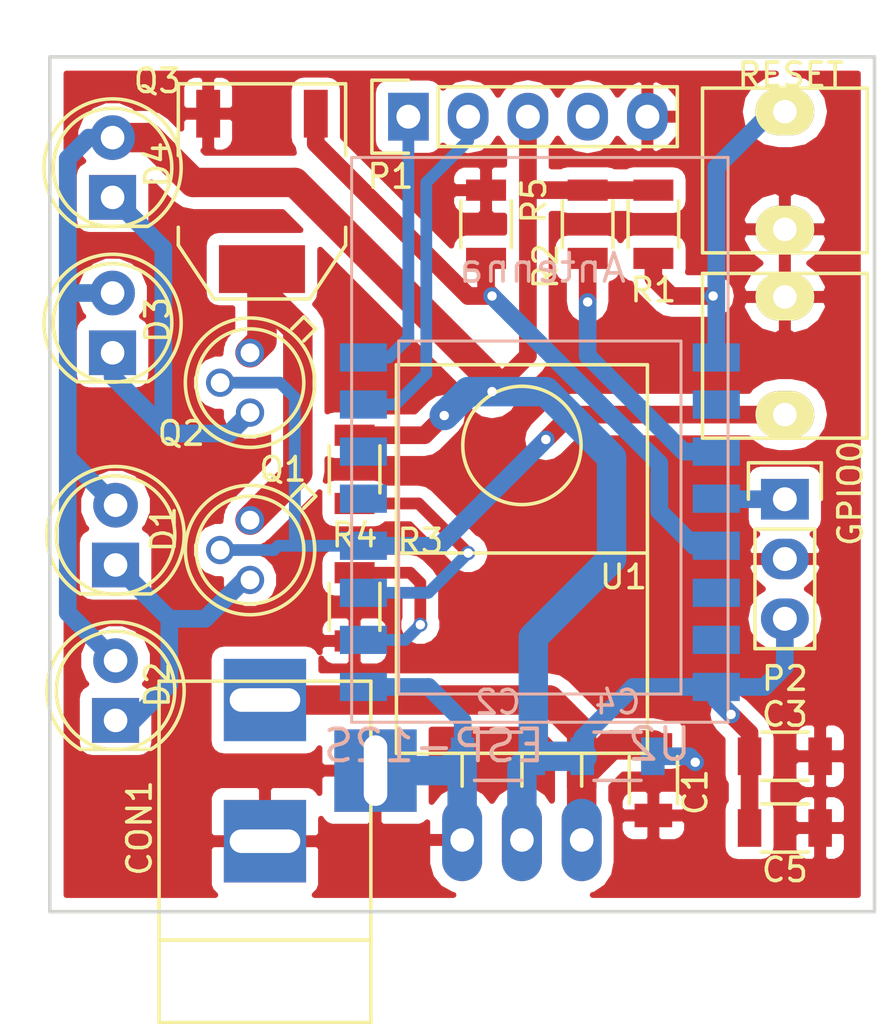
<source format=kicad_pcb>
(kicad_pcb (version 4) (host pcbnew 4.0.0-rc1-stable)

  (general
    (links 50)
    (no_connects 0)
    (area 90.348999 61.138999 125.551001 97.611001)
    (thickness 1.6)
    (drawings 4)
    (tracks 142)
    (zones 0)
    (modules 24)
    (nets 16)
  )

  (page A4)
  (layers
    (0 F.Cu signal)
    (31 B.Cu signal)
    (32 B.Adhes user)
    (33 F.Adhes user)
    (34 B.Paste user)
    (35 F.Paste user)
    (36 B.SilkS user)
    (37 F.SilkS user)
    (38 B.Mask user)
    (39 F.Mask user)
    (40 Dwgs.User user)
    (41 Cmts.User user)
    (42 Eco1.User user)
    (43 Eco2.User user)
    (44 Edge.Cuts user)
    (45 Margin user)
    (46 B.CrtYd user)
    (47 F.CrtYd user)
    (48 B.Fab user)
    (49 F.Fab user)
  )

  (setup
    (last_trace_width 0.5)
    (user_trace_width 0.35)
    (user_trace_width 0.5)
    (user_trace_width 0.75)
    (user_trace_width 1.25)
    (trace_clearance 0.2)
    (zone_clearance 0.508)
    (zone_45_only no)
    (trace_min 0.2)
    (segment_width 0.2)
    (edge_width 0.15)
    (via_size 0.6)
    (via_drill 0.4)
    (via_min_size 0.4)
    (via_min_drill 0.3)
    (user_via 2.5 1)
    (uvia_size 0.3)
    (uvia_drill 0.1)
    (uvias_allowed no)
    (uvia_min_size 0.2)
    (uvia_min_drill 0.1)
    (pcb_text_width 0.3)
    (pcb_text_size 1.5 1.5)
    (mod_edge_width 0.15)
    (mod_text_size 1 1)
    (mod_text_width 0.15)
    (pad_size 1.524 1.524)
    (pad_drill 0.762)
    (pad_to_mask_clearance 0.2)
    (aux_axis_origin 0 0)
    (visible_elements 7FFEFFFF)
    (pcbplotparams
      (layerselection 0x00030_80000001)
      (usegerberextensions false)
      (excludeedgelayer true)
      (linewidth 0.100000)
      (plotframeref false)
      (viasonmask false)
      (mode 1)
      (useauxorigin false)
      (hpglpennumber 1)
      (hpglpenspeed 20)
      (hpglpendiameter 15)
      (hpglpenoverlay 2)
      (psnegative false)
      (psa4output false)
      (plotreference true)
      (plotvalue true)
      (plotinvisibletext false)
      (padsonsilk false)
      (subtractmaskfromsilk false)
      (outputformat 1)
      (mirror false)
      (drillshape 1)
      (scaleselection 1)
      (outputdirectory ""))
  )

  (net 0 "")
  (net 1 /VIN)
  (net 2 GND)
  (net 3 +3V3)
  (net 4 "Net-(D1-Pad1)")
  (net 5 "Net-(D3-Pad1)")
  (net 6 /ESP_TXD)
  (net 7 /ESP_RXD)
  (net 8 /ESP_RST)
  (net 9 "Net-(R2-Pad1)")
  (net 10 "Net-(R3-Pad2)")
  (net 11 "Net-(R4-Pad1)")
  (net 12 /IR_IN)
  (net 13 "Net-(Q1-Pad1)")
  (net 14 /IR_EN)
  (net 15 /GPIO0)

  (net_class Default "This is the default net class."
    (clearance 0.2)
    (trace_width 0.25)
    (via_dia 0.6)
    (via_drill 0.4)
    (uvia_dia 0.3)
    (uvia_drill 0.1)
    (add_net +3V3)
    (add_net /ESP_RST)
    (add_net /ESP_RXD)
    (add_net /ESP_TXD)
    (add_net /GPIO0)
    (add_net /IR_EN)
    (add_net /IR_IN)
    (add_net /VIN)
    (add_net GND)
    (add_net "Net-(D1-Pad1)")
    (add_net "Net-(D3-Pad1)")
    (add_net "Net-(Q1-Pad1)")
    (add_net "Net-(R2-Pad1)")
    (add_net "Net-(R3-Pad2)")
    (add_net "Net-(R4-Pad1)")
  )

  (module Custom:SOT-223 (layer F.Cu) (tedit 585D8E73) (tstamp 58531ABC)
    (at 99.441 66.929 180)
    (descr "module CMS SOT223 4 pins")
    (tags "CMS SOT")
    (path /585306EF)
    (attr smd)
    (fp_text reference Q3 (at 4.445 4.699 180) (layer F.SilkS)
      (effects (font (size 1 1) (thickness 0.15)))
    )
    (fp_text value Q_NMOS_GDS (at 0 0.762 180) (layer F.Fab)
      (effects (font (size 1 1) (thickness 0.15)))
    )
    (fp_line (start -3.556 1.524) (end -3.556 4.572) (layer F.SilkS) (width 0.15))
    (fp_line (start -3.556 4.572) (end 3.556 4.572) (layer F.SilkS) (width 0.15))
    (fp_line (start 3.556 4.572) (end 3.556 1.524) (layer F.SilkS) (width 0.15))
    (fp_line (start -3.556 -1.524) (end -3.556 -2.286) (layer F.SilkS) (width 0.15))
    (fp_line (start -3.556 -2.286) (end -2.032 -4.572) (layer F.SilkS) (width 0.15))
    (fp_line (start -2.032 -4.572) (end 2.032 -4.572) (layer F.SilkS) (width 0.15))
    (fp_line (start 2.032 -4.572) (end 3.556 -2.286) (layer F.SilkS) (width 0.15))
    (fp_line (start 3.556 -2.286) (end 3.556 -1.524) (layer F.SilkS) (width 0.15))
    (pad 2 smd rect (at 0 -3.302 180) (size 3.6576 2.032) (layers F.Cu F.Paste F.Mask)
      (net 13 "Net-(Q1-Pad1)"))
    (pad 3 smd rect (at 2.286 3.302 180) (size 1.016 2.032) (layers F.Cu F.Paste F.Mask)
      (net 2 GND))
    (pad 1 smd rect (at -2.286 3.302 180) (size 1.016 2.032) (layers F.Cu F.Paste F.Mask)
      (net 14 /IR_EN))
    (model TO_SOT_Packages_SMD.3dshapes/SOT-223.wrl
      (at (xyz 0 0 0))
      (scale (xyz 0.4 0.4 0.4))
      (rotate (xyz 0 0 0))
    )
  )

  (module Connect:BARREL_JACK (layer F.Cu) (tedit 585D8E26) (tstamp 584D3EDC)
    (at 99.568 94.742 90)
    (descr "DC Barrel Jack")
    (tags "Power Jack")
    (path /584B29A9)
    (fp_text reference CON1 (at 0.762 -5.334 270) (layer F.SilkS)
      (effects (font (size 1 1) (thickness 0.15)))
    )
    (fp_text value BARREL_JACK (at 0 -5.99948 90) (layer F.Fab)
      (effects (font (size 1 1) (thickness 0.15)))
    )
    (fp_line (start -4.0005 -4.50088) (end -4.0005 4.50088) (layer F.SilkS) (width 0.15))
    (fp_line (start -7.50062 -4.50088) (end -7.50062 4.50088) (layer F.SilkS) (width 0.15))
    (fp_line (start -7.50062 4.50088) (end 7.00024 4.50088) (layer F.SilkS) (width 0.15))
    (fp_line (start 7.00024 4.50088) (end 7.00024 -4.50088) (layer F.SilkS) (width 0.15))
    (fp_line (start 7.00024 -4.50088) (end -7.50062 -4.50088) (layer F.SilkS) (width 0.15))
    (pad 1 thru_hole rect (at 6.20014 0 90) (size 3.50012 3.50012) (drill oval 1.00076 2.99974) (layers *.Cu *.Mask)
      (net 1 /VIN))
    (pad 2 thru_hole rect (at 0.20066 0 90) (size 3.50012 3.50012) (drill oval 1.00076 2.99974) (layers *.Cu *.Mask)
      (net 2 GND))
    (pad 3 thru_hole rect (at 3.2004 4.699 90) (size 3.50012 3.50012) (drill oval 2.99974 1.00076) (layers *.Cu *.Mask)
      (net 2 GND))
  )

  (module LEDs:LED-5MM (layer F.Cu) (tedit 585D8DF4) (tstamp 584D3EE2)
    (at 93.218 82.804 90)
    (descr "LED 5mm round vertical")
    (tags "LED 5mm round vertical")
    (path /584BF212)
    (fp_text reference D1 (at 1.524 2.032 90) (layer F.SilkS)
      (effects (font (size 1 1) (thickness 0.15)))
    )
    (fp_text value LED (at 1.524 -3.937 90) (layer F.Fab)
      (effects (font (size 1 1) (thickness 0.15)))
    )
    (fp_line (start -1.5 -1.55) (end -1.5 1.55) (layer F.CrtYd) (width 0.05))
    (fp_arc (start 1.3 0) (end -1.5 1.55) (angle -302) (layer F.CrtYd) (width 0.05))
    (fp_arc (start 1.27 0) (end -1.23 -1.5) (angle 297.5) (layer F.SilkS) (width 0.15))
    (fp_line (start -1.23 1.5) (end -1.23 -1.5) (layer F.SilkS) (width 0.15))
    (fp_circle (center 1.27 0) (end 0.97 -2.5) (layer F.SilkS) (width 0.15))
    (pad 1 thru_hole rect (at 0 0 180) (size 2 1.9) (drill 1.00076) (layers *.Cu *.Mask)
      (net 4 "Net-(D1-Pad1)"))
    (pad 2 thru_hole circle (at 2.54 0 90) (size 1.9 1.9) (drill 1.00076) (layers *.Cu *.Mask)
      (net 3 +3V3))
    (model LEDs.3dshapes/LED-5MM.wrl
      (at (xyz 0.05 0 0))
      (scale (xyz 1 1 1))
      (rotate (xyz 0 0 90))
    )
  )

  (module LEDs:LED-5MM (layer F.Cu) (tedit 585D8DF0) (tstamp 584D3EE8)
    (at 93.218 89.408 90)
    (descr "LED 5mm round vertical")
    (tags "LED 5mm round vertical")
    (path /584BF3BB)
    (fp_text reference D2 (at 1.524 1.778 90) (layer F.SilkS)
      (effects (font (size 1 1) (thickness 0.15)))
    )
    (fp_text value LED (at 1.524 -3.937 90) (layer F.Fab)
      (effects (font (size 1 1) (thickness 0.15)))
    )
    (fp_line (start -1.5 -1.55) (end -1.5 1.55) (layer F.CrtYd) (width 0.05))
    (fp_arc (start 1.3 0) (end -1.5 1.55) (angle -302) (layer F.CrtYd) (width 0.05))
    (fp_arc (start 1.27 0) (end -1.23 -1.5) (angle 297.5) (layer F.SilkS) (width 0.15))
    (fp_line (start -1.23 1.5) (end -1.23 -1.5) (layer F.SilkS) (width 0.15))
    (fp_circle (center 1.27 0) (end 0.97 -2.5) (layer F.SilkS) (width 0.15))
    (pad 1 thru_hole rect (at 0 0 180) (size 2 1.9) (drill 1.00076) (layers *.Cu *.Mask)
      (net 4 "Net-(D1-Pad1)"))
    (pad 2 thru_hole circle (at 2.54 0 90) (size 1.9 1.9) (drill 1.00076) (layers *.Cu *.Mask)
      (net 3 +3V3))
    (model LEDs.3dshapes/LED-5MM.wrl
      (at (xyz 0.05 0 0))
      (scale (xyz 1 1 1))
      (rotate (xyz 0 0 90))
    )
  )

  (module LEDs:LED-5MM (layer F.Cu) (tedit 585D8DEC) (tstamp 584D3EEE)
    (at 93.091 73.787 90)
    (descr "LED 5mm round vertical")
    (tags "LED 5mm round vertical")
    (path /584BF40A)
    (fp_text reference D3 (at 1.397 1.905 90) (layer F.SilkS)
      (effects (font (size 1 1) (thickness 0.15)))
    )
    (fp_text value LED (at 1.524 -3.937 90) (layer F.Fab)
      (effects (font (size 1 1) (thickness 0.15)))
    )
    (fp_line (start -1.5 -1.55) (end -1.5 1.55) (layer F.CrtYd) (width 0.05))
    (fp_arc (start 1.3 0) (end -1.5 1.55) (angle -302) (layer F.CrtYd) (width 0.05))
    (fp_arc (start 1.27 0) (end -1.23 -1.5) (angle 297.5) (layer F.SilkS) (width 0.15))
    (fp_line (start -1.23 1.5) (end -1.23 -1.5) (layer F.SilkS) (width 0.15))
    (fp_circle (center 1.27 0) (end 0.97 -2.5) (layer F.SilkS) (width 0.15))
    (pad 1 thru_hole rect (at 0 0 180) (size 2 1.9) (drill 1.00076) (layers *.Cu *.Mask)
      (net 5 "Net-(D3-Pad1)"))
    (pad 2 thru_hole circle (at 2.54 0 90) (size 1.9 1.9) (drill 1.00076) (layers *.Cu *.Mask)
      (net 3 +3V3))
    (model LEDs.3dshapes/LED-5MM.wrl
      (at (xyz 0.05 0 0))
      (scale (xyz 1 1 1))
      (rotate (xyz 0 0 90))
    )
  )

  (module LEDs:LED-5MM (layer F.Cu) (tedit 585D8DF9) (tstamp 584D3EF4)
    (at 93.091 67.183 90)
    (descr "LED 5mm round vertical")
    (tags "LED 5mm round vertical")
    (path /584BF44D)
    (fp_text reference D4 (at 1.397 1.905 90) (layer F.SilkS)
      (effects (font (size 1 1) (thickness 0.15)))
    )
    (fp_text value LED (at 1.524 -3.937 90) (layer F.Fab)
      (effects (font (size 1 1) (thickness 0.15)))
    )
    (fp_line (start -1.5 -1.55) (end -1.5 1.55) (layer F.CrtYd) (width 0.05))
    (fp_arc (start 1.3 0) (end -1.5 1.55) (angle -302) (layer F.CrtYd) (width 0.05))
    (fp_arc (start 1.27 0) (end -1.23 -1.5) (angle 297.5) (layer F.SilkS) (width 0.15))
    (fp_line (start -1.23 1.5) (end -1.23 -1.5) (layer F.SilkS) (width 0.15))
    (fp_circle (center 1.27 0) (end 0.97 -2.5) (layer F.SilkS) (width 0.15))
    (pad 1 thru_hole rect (at 0 0 180) (size 2 1.9) (drill 1.00076) (layers *.Cu *.Mask)
      (net 5 "Net-(D3-Pad1)"))
    (pad 2 thru_hole circle (at 2.54 0 90) (size 1.9 1.9) (drill 1.00076) (layers *.Cu *.Mask)
      (net 3 +3V3))
    (model LEDs.3dshapes/LED-5MM.wrl
      (at (xyz 0.05 0 0))
      (scale (xyz 1 1 1))
      (rotate (xyz 0 0 90))
    )
  )

  (module Custom:PushbuttonSquare2pin (layer F.Cu) (tedit 585D8767) (tstamp 584D3F52)
    (at 121.666 73.914 90)
    (path /584B685C)
    (fp_text reference GPIO0 (at -5.842 2.794 90) (layer F.SilkS)
      (effects (font (size 1 1) (thickness 0.15)))
    )
    (fp_text value SW_PUSH (at 0 -0.508 90) (layer F.Fab)
      (effects (font (size 1 1) (thickness 0.15)))
    )
    (fp_line (start 3.5 -3.5) (end 3.5 3.5) (layer F.SilkS) (width 0.15))
    (fp_line (start 3.5 3.5) (end -3.5 3.5) (layer F.SilkS) (width 0.15))
    (fp_line (start -3.5 3.5) (end -3.5 -3.5) (layer F.SilkS) (width 0.15))
    (fp_line (start -3.5 -3.5) (end 3.5 -3.5) (layer F.SilkS) (width 0.15))
    (pad 1 thru_hole oval (at 2.5 0 180) (size 2.5 2) (drill 1) (layers *.Cu *.Mask F.SilkS)
      (net 2 GND))
    (pad 2 thru_hole oval (at -2.5 0 180) (size 2.5 2) (drill 1) (layers *.Cu *.Mask F.SilkS)
      (net 15 /GPIO0))
  )

  (module Custom:PushbuttonSquare2pin (layer F.Cu) (tedit 585D877B) (tstamp 584D3F58)
    (at 121.666 66.04 270)
    (path /584B6E0D)
    (fp_text reference RESET (at -4.064 -0.254 360) (layer F.SilkS)
      (effects (font (size 1 1) (thickness 0.15)))
    )
    (fp_text value SW_PUSH (at 0 -0.5 270) (layer F.Fab)
      (effects (font (size 1 1) (thickness 0.15)))
    )
    (fp_line (start 3.5 -3.5) (end 3.5 3.5) (layer F.SilkS) (width 0.15))
    (fp_line (start 3.5 3.5) (end -3.5 3.5) (layer F.SilkS) (width 0.15))
    (fp_line (start -3.5 3.5) (end -3.5 -3.5) (layer F.SilkS) (width 0.15))
    (fp_line (start -3.5 -3.5) (end 3.5 -3.5) (layer F.SilkS) (width 0.15))
    (pad 1 thru_hole oval (at 2.5 0) (size 2.5 2) (drill 1) (layers *.Cu *.Mask F.SilkS)
      (net 2 GND))
    (pad 2 thru_hole oval (at -2.5 0) (size 2.5 2) (drill 1) (layers *.Cu *.Mask F.SilkS)
      (net 8 /ESP_RST))
  )

  (module TO_SOT_Packages_THT:TO-220_Neutral123_Horizontal_LargePads (layer F.Cu) (tedit 585D8D92) (tstamp 584D3F60)
    (at 110.49 94.488)
    (descr "TO-220, Neutral, Horizontal, Large Pads,")
    (tags "TO-220, Neutral, Horizontal, Large Pads,")
    (path /584B29D4)
    (fp_text reference U1 (at 4.318 -11.176) (layer F.SilkS)
      (effects (font (size 1 1) (thickness 0.15)))
    )
    (fp_text value LD1117S33TR (at -0.20066 4.24942) (layer F.Fab)
      (effects (font (size 1 1) (thickness 0.15)))
    )
    (fp_line (start -2.54 -3.683) (end -2.54 -2.286) (layer F.SilkS) (width 0.15))
    (fp_line (start 0 -3.683) (end 0 -2.286) (layer F.SilkS) (width 0.15))
    (fp_line (start 2.54 -3.683) (end 2.54 -2.286) (layer F.SilkS) (width 0.15))
    (fp_circle (center 0 -16.764) (end 1.778 -14.986) (layer F.SilkS) (width 0.15))
    (fp_line (start 5.334 -12.192) (end 5.334 -20.193) (layer F.SilkS) (width 0.15))
    (fp_line (start 5.334 -20.193) (end -5.334 -20.193) (layer F.SilkS) (width 0.15))
    (fp_line (start -5.334 -20.193) (end -5.334 -12.192) (layer F.SilkS) (width 0.15))
    (fp_line (start 5.334 -3.683) (end 5.334 -12.192) (layer F.SilkS) (width 0.15))
    (fp_line (start 5.334 -12.192) (end -5.334 -12.192) (layer F.SilkS) (width 0.15))
    (fp_line (start -5.334 -12.192) (end -5.334 -3.683) (layer F.SilkS) (width 0.15))
    (fp_line (start 0 -3.683) (end -5.334 -3.683) (layer F.SilkS) (width 0.15))
    (fp_line (start 0 -3.683) (end 5.334 -3.683) (layer F.SilkS) (width 0.15))
    (pad 2 thru_hole oval (at 0 0 90) (size 3.50012 1.69926) (drill 1.00076) (layers *.Cu *.Mask)
      (net 3 +3V3))
    (pad 1 thru_hole oval (at -2.54 0 90) (size 3.50012 1.69926) (drill 1.00076) (layers *.Cu *.Mask)
      (net 2 GND))
    (pad 3 thru_hole oval (at 2.54 0 90) (size 3.50012 1.69926) (drill 1.00076) (layers *.Cu *.Mask)
      (net 1 /VIN))
    (model TO_SOT_Packages_THT.3dshapes/TO-220_Neutral123_Horizontal_LargePads.wrl
      (at (xyz 0 0 0))
      (scale (xyz 0.3937 0.3937 0.3937))
      (rotate (xyz 0 0 0))
    )
  )

  (module adafruit:ESP-12 (layer B.Cu) (tedit 58531C3C) (tstamp 584D3F74)
    (at 111.252 78.486 180)
    (path /584AE9EF)
    (fp_text reference U2 (at -5.08 -11.938 180) (layer B.SilkS)
      (effects (font (size 1.35128 1.35128) (thickness 0.170688)) (justify mirror))
    )
    (fp_text value ESP-12S (at 4.5 -12 180) (layer B.SilkS)
      (effects (font (size 1.35128 1.35128) (thickness 0.170688)) (justify mirror))
    )
    (fp_line (start -8 13) (end 8 13) (layer B.SilkS) (width 0.127))
    (fp_line (start 8 13) (end 8 -11) (layer B.SilkS) (width 0.127))
    (fp_line (start 8 -11) (end -8 -11) (layer B.SilkS) (width 0.127))
    (fp_line (start -8 -11) (end -8 13) (layer B.SilkS) (width 0.127))
    (fp_line (start -6 5.2) (end 6 5.2) (layer B.SilkS) (width 0.127))
    (fp_line (start 6 5.2) (end 6 -9.8) (layer B.SilkS) (width 0.127))
    (fp_line (start 6 -9.8) (end -6 -9.8) (layer B.SilkS) (width 0.127))
    (fp_line (start -6 -9.8) (end -6 5.2) (layer B.SilkS) (width 0.127))
    (fp_text user Antenna (at -0.1 8.3 180) (layer B.SilkS)
      (effects (font (size 1.2065 1.2065) (thickness 0.1524)) (justify mirror))
    )
    (pad 1 smd rect (at -7.5 4.5 180) (size 2 1.2) (layers B.Cu B.Paste B.Mask)
      (net 8 /ESP_RST))
    (pad 2 smd rect (at -7.5 2.5 180) (size 2 1.2) (layers B.Cu B.Paste B.Mask))
    (pad 3 smd rect (at -7.5 0.5 180) (size 2 1.2) (layers B.Cu B.Paste B.Mask)
      (net 9 "Net-(R2-Pad1)"))
    (pad 4 smd rect (at -7.5 -1.5 180) (size 2 1.2) (layers B.Cu B.Paste B.Mask)
      (net 12 /IR_IN))
    (pad 5 smd rect (at -7.5 -3.5 180) (size 2 1.2) (layers B.Cu B.Paste B.Mask)
      (net 14 /IR_EN))
    (pad 6 smd rect (at -7.5 -5.5 180) (size 2 1.2) (layers B.Cu B.Paste B.Mask))
    (pad 7 smd rect (at -7.5 -7.5 180) (size 2 1.2) (layers B.Cu B.Paste B.Mask))
    (pad 8 smd rect (at -7.5 -9.5 180) (size 2 1.2) (layers B.Cu B.Paste B.Mask)
      (net 3 +3V3))
    (pad 9 smd rect (at 7.5 -9.5 180) (size 2 1.2) (layers B.Cu B.Paste B.Mask)
      (net 2 GND))
    (pad 10 smd rect (at 7.5 -7.5 180) (size 2 1.2) (layers B.Cu B.Paste B.Mask)
      (net 11 "Net-(R4-Pad1)"))
    (pad 11 smd rect (at 7.5 -5.5 180) (size 2 1.2) (layers B.Cu B.Paste B.Mask)
      (net 10 "Net-(R3-Pad2)"))
    (pad 12 smd rect (at 7.5 -3.5 180) (size 2 1.2) (layers B.Cu B.Paste B.Mask)
      (net 15 /GPIO0))
    (pad 13 smd rect (at 7.5 -1.5 180) (size 2 1.2) (layers B.Cu B.Paste B.Mask))
    (pad 14 smd rect (at 7.5 0.5 180) (size 2 1.2) (layers B.Cu B.Paste B.Mask))
    (pad 15 smd rect (at 7.5 2.5 180) (size 2 1.2) (layers B.Cu B.Paste B.Mask)
      (net 7 /ESP_RXD))
    (pad 16 smd rect (at 7.5 4.5 180) (size 2 1.2) (layers B.Cu B.Paste B.Mask)
      (net 6 /ESP_TXD))
  )

  (module TO_SOT_Packages_THT:TO-18_3Pin (layer F.Cu) (tedit 585D8E3E) (tstamp 584DD9C4)
    (at 98.933 82.169 90)
    (descr "TO-18, 3Pin,")
    (tags "TO-18, 3Pin,")
    (path /584E00B8)
    (fp_text reference Q1 (at 3.429 1.397 180) (layer F.SilkS)
      (effects (font (size 1 1) (thickness 0.15)))
    )
    (fp_text value 2N2222A (at 0 4.826 90) (layer F.Fab)
      (effects (font (size 1 1) (thickness 0.15)))
    )
    (fp_line (start 2.794 2.286) (end 2.286 1.778) (layer F.SilkS) (width 0.15))
    (fp_line (start 1.778 2.286) (end 2.286 2.794) (layer F.SilkS) (width 0.15))
    (fp_line (start 2.286 2.794) (end 2.794 2.286) (layer F.SilkS) (width 0.15))
    (fp_circle (center 0 0) (end 2.286 0) (layer F.SilkS) (width 0.15))
    (fp_circle (center 0 0) (end 2.75 0) (layer F.SilkS) (width 0.15))
    (pad 1 thru_hole circle (at 1.27 0 90) (size 1.2 1.2) (drill 0.8) (layers *.Cu *.Mask)
      (net 13 "Net-(Q1-Pad1)"))
    (pad 2 thru_hole circle (at 0 -1.27 90) (size 1.2 1.2) (drill 0.8) (layers *.Cu *.Mask)
      (net 15 /GPIO0))
    (pad 3 thru_hole circle (at -1.27 0 90) (size 1.2 1.2) (drill 0.8) (layers *.Cu *.Mask)
      (net 4 "Net-(D1-Pad1)"))
    (model TO_SOT_Packages_THT.3dshapes/TO-18_3Pin.wrl
      (at (xyz 0 0 0))
      (scale (xyz 0.3937 0.3937 0.3937))
      (rotate (xyz 0 0 0))
    )
  )

  (module TO_SOT_Packages_THT:TO-18_3Pin (layer F.Cu) (tedit 585D8E43) (tstamp 584DD9CA)
    (at 98.933 75.057 90)
    (descr "TO-18, 3Pin,")
    (tags "TO-18, 3Pin,")
    (path /584E012F)
    (fp_text reference Q2 (at -2.159 -2.921 360) (layer F.SilkS)
      (effects (font (size 1 1) (thickness 0.15)))
    )
    (fp_text value 2N2222A (at 0 4.826 90) (layer F.Fab)
      (effects (font (size 1 1) (thickness 0.15)))
    )
    (fp_line (start 2.794 2.286) (end 2.286 1.778) (layer F.SilkS) (width 0.15))
    (fp_line (start 1.778 2.286) (end 2.286 2.794) (layer F.SilkS) (width 0.15))
    (fp_line (start 2.286 2.794) (end 2.794 2.286) (layer F.SilkS) (width 0.15))
    (fp_circle (center 0 0) (end 2.286 0) (layer F.SilkS) (width 0.15))
    (fp_circle (center 0 0) (end 2.75 0) (layer F.SilkS) (width 0.15))
    (pad 1 thru_hole circle (at 1.27 0 90) (size 1.2 1.2) (drill 0.8) (layers *.Cu *.Mask)
      (net 13 "Net-(Q1-Pad1)"))
    (pad 2 thru_hole circle (at 0 -1.27 90) (size 1.2 1.2) (drill 0.8) (layers *.Cu *.Mask)
      (net 15 /GPIO0))
    (pad 3 thru_hole circle (at -1.27 0 90) (size 1.2 1.2) (drill 0.8) (layers *.Cu *.Mask)
      (net 5 "Net-(D3-Pad1)"))
    (model TO_SOT_Packages_THT.3dshapes/TO-18_3Pin.wrl
      (at (xyz 0 0 0))
      (scale (xyz 0.3937 0.3937 0.3937))
      (rotate (xyz 0 0 0))
    )
  )

  (module Capacitors_SMD:C_1206 (layer F.Cu) (tedit 585DB94E) (tstamp 5852AFF9)
    (at 116.078 91.948 270)
    (descr "Capacitor SMD 1206, reflow soldering, AVX (see smccp.pdf)")
    (tags "capacitor 1206")
    (path /584B2B3B)
    (attr smd)
    (fp_text reference C1 (at 0.508 -1.778 270) (layer F.SilkS)
      (effects (font (size 1 1) (thickness 0.15)))
    )
    (fp_text value 10uF (at 0 2.3 270) (layer F.Fab)
      (effects (font (size 1 1) (thickness 0.15)))
    )
    (fp_line (start -1.6 0.8) (end -1.6 -0.8) (layer F.Fab) (width 0.15))
    (fp_line (start 1.6 0.8) (end -1.6 0.8) (layer F.Fab) (width 0.15))
    (fp_line (start 1.6 -0.8) (end 1.6 0.8) (layer F.Fab) (width 0.15))
    (fp_line (start -1.6 -0.8) (end 1.6 -0.8) (layer F.Fab) (width 0.15))
    (fp_line (start -2.3 -1.15) (end 2.3 -1.15) (layer F.CrtYd) (width 0.05))
    (fp_line (start -2.3 1.15) (end 2.3 1.15) (layer F.CrtYd) (width 0.05))
    (fp_line (start -2.3 -1.15) (end -2.3 1.15) (layer F.CrtYd) (width 0.05))
    (fp_line (start 2.3 -1.15) (end 2.3 1.15) (layer F.CrtYd) (width 0.05))
    (fp_line (start 1 -1.025) (end -1 -1.025) (layer F.SilkS) (width 0.15))
    (fp_line (start -1 1.025) (end 1 1.025) (layer F.SilkS) (width 0.15))
    (pad 1 smd rect (at -1.5 0 270) (size 1 1.6) (layers F.Cu F.Paste F.Mask)
      (net 1 /VIN))
    (pad 2 smd rect (at 1.5 0 270) (size 1 1.6) (layers F.Cu F.Paste F.Mask)
      (net 2 GND))
    (model Capacitors_SMD.3dshapes/C_1206.wrl
      (at (xyz 0 0 0))
      (scale (xyz 1 1 1))
      (rotate (xyz 0 0 0))
    )
  )

  (module Capacitors_SMD:C_1206 (layer B.Cu) (tedit 5415D7BD) (tstamp 5852AFFE)
    (at 109.474 90.932 180)
    (descr "Capacitor SMD 1206, reflow soldering, AVX (see smccp.pdf)")
    (tags "capacitor 1206")
    (path /584B2BA0)
    (attr smd)
    (fp_text reference C2 (at 0 2.3 180) (layer B.SilkS)
      (effects (font (size 1 1) (thickness 0.15)) (justify mirror))
    )
    (fp_text value 10uF (at 0 -2.3 180) (layer B.Fab)
      (effects (font (size 1 1) (thickness 0.15)) (justify mirror))
    )
    (fp_line (start -1.6 -0.8) (end -1.6 0.8) (layer B.Fab) (width 0.15))
    (fp_line (start 1.6 -0.8) (end -1.6 -0.8) (layer B.Fab) (width 0.15))
    (fp_line (start 1.6 0.8) (end 1.6 -0.8) (layer B.Fab) (width 0.15))
    (fp_line (start -1.6 0.8) (end 1.6 0.8) (layer B.Fab) (width 0.15))
    (fp_line (start -2.3 1.15) (end 2.3 1.15) (layer B.CrtYd) (width 0.05))
    (fp_line (start -2.3 -1.15) (end 2.3 -1.15) (layer B.CrtYd) (width 0.05))
    (fp_line (start -2.3 1.15) (end -2.3 -1.15) (layer B.CrtYd) (width 0.05))
    (fp_line (start 2.3 1.15) (end 2.3 -1.15) (layer B.CrtYd) (width 0.05))
    (fp_line (start 1 1.025) (end -1 1.025) (layer B.SilkS) (width 0.15))
    (fp_line (start -1 -1.025) (end 1 -1.025) (layer B.SilkS) (width 0.15))
    (pad 1 smd rect (at -1.5 0 180) (size 1 1.6) (layers B.Cu B.Paste B.Mask)
      (net 3 +3V3))
    (pad 2 smd rect (at 1.5 0 180) (size 1 1.6) (layers B.Cu B.Paste B.Mask)
      (net 2 GND))
    (model Capacitors_SMD.3dshapes/C_1206.wrl
      (at (xyz 0 0 0))
      (scale (xyz 1 1 1))
      (rotate (xyz 0 0 0))
    )
  )

  (module Capacitors_SMD:C_1206 (layer B.Cu) (tedit 5415D7BD) (tstamp 5852B003)
    (at 114.554 90.932 180)
    (descr "Capacitor SMD 1206, reflow soldering, AVX (see smccp.pdf)")
    (tags "capacitor 1206")
    (path /584BA46B)
    (attr smd)
    (fp_text reference C4 (at 0 2.3 180) (layer B.SilkS)
      (effects (font (size 1 1) (thickness 0.15)) (justify mirror))
    )
    (fp_text value 10uF (at 0 -2.3 180) (layer B.Fab)
      (effects (font (size 1 1) (thickness 0.15)) (justify mirror))
    )
    (fp_line (start -1.6 -0.8) (end -1.6 0.8) (layer B.Fab) (width 0.15))
    (fp_line (start 1.6 -0.8) (end -1.6 -0.8) (layer B.Fab) (width 0.15))
    (fp_line (start 1.6 0.8) (end 1.6 -0.8) (layer B.Fab) (width 0.15))
    (fp_line (start -1.6 0.8) (end 1.6 0.8) (layer B.Fab) (width 0.15))
    (fp_line (start -2.3 1.15) (end 2.3 1.15) (layer B.CrtYd) (width 0.05))
    (fp_line (start -2.3 -1.15) (end 2.3 -1.15) (layer B.CrtYd) (width 0.05))
    (fp_line (start -2.3 1.15) (end -2.3 -1.15) (layer B.CrtYd) (width 0.05))
    (fp_line (start 2.3 1.15) (end 2.3 -1.15) (layer B.CrtYd) (width 0.05))
    (fp_line (start 1 1.025) (end -1 1.025) (layer B.SilkS) (width 0.15))
    (fp_line (start -1 -1.025) (end 1 -1.025) (layer B.SilkS) (width 0.15))
    (pad 1 smd rect (at -1.5 0 180) (size 1 1.6) (layers B.Cu B.Paste B.Mask)
      (net 2 GND))
    (pad 2 smd rect (at 1.5 0 180) (size 1 1.6) (layers B.Cu B.Paste B.Mask)
      (net 3 +3V3))
    (model Capacitors_SMD.3dshapes/C_1206.wrl
      (at (xyz 0 0 0))
      (scale (xyz 1 1 1))
      (rotate (xyz 0 0 0))
    )
  )

  (module Pin_Headers:Pin_Header_Straight_1x03 (layer F.Cu) (tedit 585D874D) (tstamp 5852B00E)
    (at 121.666 80.01)
    (descr "Through hole pin header")
    (tags "pin header")
    (path /5852AFD1)
    (fp_text reference P2 (at 0 7.62 180) (layer F.SilkS)
      (effects (font (size 1 1) (thickness 0.15)))
    )
    (fp_text value TSOP38238 (at 0 -3.1) (layer F.Fab)
      (effects (font (size 1 1) (thickness 0.15)))
    )
    (fp_line (start -1.75 -1.75) (end -1.75 6.85) (layer F.CrtYd) (width 0.05))
    (fp_line (start 1.75 -1.75) (end 1.75 6.85) (layer F.CrtYd) (width 0.05))
    (fp_line (start -1.75 -1.75) (end 1.75 -1.75) (layer F.CrtYd) (width 0.05))
    (fp_line (start -1.75 6.85) (end 1.75 6.85) (layer F.CrtYd) (width 0.05))
    (fp_line (start -1.27 1.27) (end -1.27 6.35) (layer F.SilkS) (width 0.15))
    (fp_line (start -1.27 6.35) (end 1.27 6.35) (layer F.SilkS) (width 0.15))
    (fp_line (start 1.27 6.35) (end 1.27 1.27) (layer F.SilkS) (width 0.15))
    (fp_line (start 1.55 -1.55) (end 1.55 0) (layer F.SilkS) (width 0.15))
    (fp_line (start 1.27 1.27) (end -1.27 1.27) (layer F.SilkS) (width 0.15))
    (fp_line (start -1.55 0) (end -1.55 -1.55) (layer F.SilkS) (width 0.15))
    (fp_line (start -1.55 -1.55) (end 1.55 -1.55) (layer F.SilkS) (width 0.15))
    (pad 1 thru_hole rect (at 0 0) (size 2.032 1.7272) (drill 1.016) (layers *.Cu *.Mask)
      (net 12 /IR_IN))
    (pad 2 thru_hole oval (at 0 2.54) (size 2.032 1.7272) (drill 1.016) (layers *.Cu *.Mask)
      (net 2 GND))
    (pad 3 thru_hole oval (at 0 5.08) (size 2.032 1.7272) (drill 1.016) (layers *.Cu *.Mask)
      (net 3 +3V3))
    (model Pin_Headers.3dshapes/Pin_Header_Straight_1x03.wrl
      (at (xyz 0 -0.1 0))
      (scale (xyz 1 1 1))
      (rotate (xyz 0 0 90))
    )
  )

  (module Resistors_SMD:R_1206 (layer F.Cu) (tedit 585D8DB4) (tstamp 5852B00F)
    (at 116.078 68.326 270)
    (descr "Resistor SMD 1206, reflow soldering, Vishay (see dcrcw.pdf)")
    (tags "resistor 1206")
    (path /584B7318)
    (attr smd)
    (fp_text reference R1 (at 2.794 0 360) (layer F.SilkS)
      (effects (font (size 1 1) (thickness 0.15)))
    )
    (fp_text value 10k (at -0.254 2.286 270) (layer F.Fab)
      (effects (font (size 1 1) (thickness 0.15)))
    )
    (fp_line (start -1.6 0.8) (end -1.6 -0.8) (layer F.Fab) (width 0.1))
    (fp_line (start 1.6 0.8) (end -1.6 0.8) (layer F.Fab) (width 0.1))
    (fp_line (start 1.6 -0.8) (end 1.6 0.8) (layer F.Fab) (width 0.1))
    (fp_line (start -1.6 -0.8) (end 1.6 -0.8) (layer F.Fab) (width 0.1))
    (fp_line (start -2.2 -1.2) (end 2.2 -1.2) (layer F.CrtYd) (width 0.05))
    (fp_line (start -2.2 1.2) (end 2.2 1.2) (layer F.CrtYd) (width 0.05))
    (fp_line (start -2.2 -1.2) (end -2.2 1.2) (layer F.CrtYd) (width 0.05))
    (fp_line (start 2.2 -1.2) (end 2.2 1.2) (layer F.CrtYd) (width 0.05))
    (fp_line (start 1 1.075) (end -1 1.075) (layer F.SilkS) (width 0.15))
    (fp_line (start -1 -1.075) (end 1 -1.075) (layer F.SilkS) (width 0.15))
    (pad 1 smd rect (at -1.45 0 270) (size 0.9 1.7) (layers F.Cu F.Paste F.Mask)
      (net 3 +3V3))
    (pad 2 smd rect (at 1.45 0 270) (size 0.9 1.7) (layers F.Cu F.Paste F.Mask)
      (net 8 /ESP_RST))
    (model Resistors_SMD.3dshapes/R_1206.wrl
      (at (xyz 0 0 0))
      (scale (xyz 1 1 1))
      (rotate (xyz 0 0 0))
    )
  )

  (module Resistors_SMD:R_1206 (layer F.Cu) (tedit 585D8DB0) (tstamp 5852B014)
    (at 113.284 68.326 90)
    (descr "Resistor SMD 1206, reflow soldering, Vishay (see dcrcw.pdf)")
    (tags "resistor 1206")
    (path /584AEC1A)
    (attr smd)
    (fp_text reference R2 (at -1.778 -1.778 270) (layer F.SilkS)
      (effects (font (size 1 1) (thickness 0.15)))
    )
    (fp_text value 10k (at 0 2.54 90) (layer F.Fab)
      (effects (font (size 1 1) (thickness 0.15)))
    )
    (fp_line (start -1.6 0.8) (end -1.6 -0.8) (layer F.Fab) (width 0.1))
    (fp_line (start 1.6 0.8) (end -1.6 0.8) (layer F.Fab) (width 0.1))
    (fp_line (start 1.6 -0.8) (end 1.6 0.8) (layer F.Fab) (width 0.1))
    (fp_line (start -1.6 -0.8) (end 1.6 -0.8) (layer F.Fab) (width 0.1))
    (fp_line (start -2.2 -1.2) (end 2.2 -1.2) (layer F.CrtYd) (width 0.05))
    (fp_line (start -2.2 1.2) (end 2.2 1.2) (layer F.CrtYd) (width 0.05))
    (fp_line (start -2.2 -1.2) (end -2.2 1.2) (layer F.CrtYd) (width 0.05))
    (fp_line (start 2.2 -1.2) (end 2.2 1.2) (layer F.CrtYd) (width 0.05))
    (fp_line (start 1 1.075) (end -1 1.075) (layer F.SilkS) (width 0.15))
    (fp_line (start -1 -1.075) (end 1 -1.075) (layer F.SilkS) (width 0.15))
    (pad 1 smd rect (at -1.45 0 90) (size 0.9 1.7) (layers F.Cu F.Paste F.Mask)
      (net 9 "Net-(R2-Pad1)"))
    (pad 2 smd rect (at 1.45 0 90) (size 0.9 1.7) (layers F.Cu F.Paste F.Mask)
      (net 3 +3V3))
    (model Resistors_SMD.3dshapes/R_1206.wrl
      (at (xyz 0 0 0))
      (scale (xyz 1 1 1))
      (rotate (xyz 0 0 0))
    )
  )

  (module Resistors_SMD:R_1206 (layer F.Cu) (tedit 585D3E16) (tstamp 5852B019)
    (at 103.378 78.74 270)
    (descr "Resistor SMD 1206, reflow soldering, Vishay (see dcrcw.pdf)")
    (tags "resistor 1206")
    (path /584AEC95)
    (attr smd)
    (fp_text reference R3 (at 3.048 -2.794 360) (layer F.SilkS)
      (effects (font (size 1 1) (thickness 0.15)))
    )
    (fp_text value 10k (at 0 2.3 270) (layer F.Fab)
      (effects (font (size 1 1) (thickness 0.15)))
    )
    (fp_line (start -1.6 0.8) (end -1.6 -0.8) (layer F.Fab) (width 0.1))
    (fp_line (start 1.6 0.8) (end -1.6 0.8) (layer F.Fab) (width 0.1))
    (fp_line (start 1.6 -0.8) (end 1.6 0.8) (layer F.Fab) (width 0.1))
    (fp_line (start -1.6 -0.8) (end 1.6 -0.8) (layer F.Fab) (width 0.1))
    (fp_line (start -2.2 -1.2) (end 2.2 -1.2) (layer F.CrtYd) (width 0.05))
    (fp_line (start -2.2 1.2) (end 2.2 1.2) (layer F.CrtYd) (width 0.05))
    (fp_line (start -2.2 -1.2) (end -2.2 1.2) (layer F.CrtYd) (width 0.05))
    (fp_line (start 2.2 -1.2) (end 2.2 1.2) (layer F.CrtYd) (width 0.05))
    (fp_line (start 1 1.075) (end -1 1.075) (layer F.SilkS) (width 0.15))
    (fp_line (start -1 -1.075) (end 1 -1.075) (layer F.SilkS) (width 0.15))
    (pad 1 smd rect (at -1.45 0 270) (size 0.9 1.7) (layers F.Cu F.Paste F.Mask)
      (net 3 +3V3))
    (pad 2 smd rect (at 1.45 0 270) (size 0.9 1.7) (layers F.Cu F.Paste F.Mask)
      (net 10 "Net-(R3-Pad2)"))
    (model Resistors_SMD.3dshapes/R_1206.wrl
      (at (xyz 0 0 0))
      (scale (xyz 1 1 1))
      (rotate (xyz 0 0 0))
    )
  )

  (module Resistors_SMD:R_1206 (layer F.Cu) (tedit 585D3E2D) (tstamp 5852B01E)
    (at 103.378 84.582 270)
    (descr "Resistor SMD 1206, reflow soldering, Vishay (see dcrcw.pdf)")
    (tags "resistor 1206")
    (path /584BB2A1)
    (attr smd)
    (fp_text reference R4 (at -3.048 0 360) (layer F.SilkS)
      (effects (font (size 1 1) (thickness 0.15)))
    )
    (fp_text value 10k (at 0 2.3 270) (layer F.Fab)
      (effects (font (size 1 1) (thickness 0.15)))
    )
    (fp_line (start -1.6 0.8) (end -1.6 -0.8) (layer F.Fab) (width 0.1))
    (fp_line (start 1.6 0.8) (end -1.6 0.8) (layer F.Fab) (width 0.1))
    (fp_line (start 1.6 -0.8) (end 1.6 0.8) (layer F.Fab) (width 0.1))
    (fp_line (start -1.6 -0.8) (end 1.6 -0.8) (layer F.Fab) (width 0.1))
    (fp_line (start -2.2 -1.2) (end 2.2 -1.2) (layer F.CrtYd) (width 0.05))
    (fp_line (start -2.2 1.2) (end 2.2 1.2) (layer F.CrtYd) (width 0.05))
    (fp_line (start -2.2 -1.2) (end -2.2 1.2) (layer F.CrtYd) (width 0.05))
    (fp_line (start 2.2 -1.2) (end 2.2 1.2) (layer F.CrtYd) (width 0.05))
    (fp_line (start 1 1.075) (end -1 1.075) (layer F.SilkS) (width 0.15))
    (fp_line (start -1 -1.075) (end 1 -1.075) (layer F.SilkS) (width 0.15))
    (pad 1 smd rect (at -1.45 0 270) (size 0.9 1.7) (layers F.Cu F.Paste F.Mask)
      (net 11 "Net-(R4-Pad1)"))
    (pad 2 smd rect (at 1.45 0 270) (size 0.9 1.7) (layers F.Cu F.Paste F.Mask)
      (net 2 GND))
    (model Resistors_SMD.3dshapes/R_1206.wrl
      (at (xyz 0 0 0))
      (scale (xyz 1 1 1))
      (rotate (xyz 0 0 0))
    )
  )

  (module Resistors_SMD:R_1206 (layer F.Cu) (tedit 585DB136) (tstamp 5852B028)
    (at 108.966 68.326 90)
    (descr "Resistor SMD 1206, reflow soldering, Vishay (see dcrcw.pdf)")
    (tags "resistor 1206")
    (path /58530B69)
    (attr smd)
    (fp_text reference R5 (at 1.016 2.032 270) (layer F.SilkS)
      (effects (font (size 1 1) (thickness 0.15)))
    )
    (fp_text value 10k (at 0 2.3 90) (layer F.Fab)
      (effects (font (size 1 1) (thickness 0.15)))
    )
    (fp_line (start -1.6 0.8) (end -1.6 -0.8) (layer F.Fab) (width 0.1))
    (fp_line (start 1.6 0.8) (end -1.6 0.8) (layer F.Fab) (width 0.1))
    (fp_line (start 1.6 -0.8) (end 1.6 0.8) (layer F.Fab) (width 0.1))
    (fp_line (start -1.6 -0.8) (end 1.6 -0.8) (layer F.Fab) (width 0.1))
    (fp_line (start -2.2 -1.2) (end 2.2 -1.2) (layer F.CrtYd) (width 0.05))
    (fp_line (start -2.2 1.2) (end 2.2 1.2) (layer F.CrtYd) (width 0.05))
    (fp_line (start -2.2 -1.2) (end -2.2 1.2) (layer F.CrtYd) (width 0.05))
    (fp_line (start 2.2 -1.2) (end 2.2 1.2) (layer F.CrtYd) (width 0.05))
    (fp_line (start 1 1.075) (end -1 1.075) (layer F.SilkS) (width 0.15))
    (fp_line (start -1 -1.075) (end 1 -1.075) (layer F.SilkS) (width 0.15))
    (pad 1 smd rect (at -1.45 0 90) (size 0.9 1.7) (layers F.Cu F.Paste F.Mask)
      (net 14 /IR_EN))
    (pad 2 smd rect (at 1.45 0 90) (size 0.9 1.7) (layers F.Cu F.Paste F.Mask)
      (net 2 GND))
    (model Resistors_SMD.3dshapes/R_1206.wrl
      (at (xyz 0 0 0))
      (scale (xyz 1 1 1))
      (rotate (xyz 0 0 0))
    )
  )

  (module Pin_Headers:Pin_Header_Straight_1x05 (layer F.Cu) (tedit 585D8DC2) (tstamp 585D88AC)
    (at 105.664 63.754 90)
    (descr "Through hole pin header")
    (tags "pin header")
    (path /584BB4C5)
    (fp_text reference P1 (at -2.54 -0.762 180) (layer F.SilkS)
      (effects (font (size 1 1) (thickness 0.15)))
    )
    (fp_text value CONN_01X05 (at 0 -3.1 90) (layer F.Fab)
      (effects (font (size 1 1) (thickness 0.15)))
    )
    (fp_line (start -1.55 0) (end -1.55 -1.55) (layer F.SilkS) (width 0.15))
    (fp_line (start -1.55 -1.55) (end 1.55 -1.55) (layer F.SilkS) (width 0.15))
    (fp_line (start 1.55 -1.55) (end 1.55 0) (layer F.SilkS) (width 0.15))
    (fp_line (start -1.75 -1.75) (end -1.75 11.95) (layer F.CrtYd) (width 0.05))
    (fp_line (start 1.75 -1.75) (end 1.75 11.95) (layer F.CrtYd) (width 0.05))
    (fp_line (start -1.75 -1.75) (end 1.75 -1.75) (layer F.CrtYd) (width 0.05))
    (fp_line (start -1.75 11.95) (end 1.75 11.95) (layer F.CrtYd) (width 0.05))
    (fp_line (start 1.27 1.27) (end 1.27 11.43) (layer F.SilkS) (width 0.15))
    (fp_line (start 1.27 11.43) (end -1.27 11.43) (layer F.SilkS) (width 0.15))
    (fp_line (start -1.27 11.43) (end -1.27 1.27) (layer F.SilkS) (width 0.15))
    (fp_line (start 1.27 1.27) (end -1.27 1.27) (layer F.SilkS) (width 0.15))
    (pad 1 thru_hole rect (at 0 0 90) (size 2.032 1.7272) (drill 1.016) (layers *.Cu *.Mask)
      (net 6 /ESP_TXD))
    (pad 2 thru_hole oval (at 0 2.54 90) (size 2.032 1.7272) (drill 1.016) (layers *.Cu *.Mask)
      (net 7 /ESP_RXD))
    (pad 3 thru_hole oval (at 0 5.08 90) (size 2.032 1.7272) (drill 1.016) (layers *.Cu *.Mask)
      (net 3 +3V3))
    (pad 4 thru_hole oval (at 0 7.62 90) (size 2.032 1.7272) (drill 1.016) (layers *.Cu *.Mask))
    (pad 5 thru_hole oval (at 0 10.16 90) (size 2.032 1.7272) (drill 1.016) (layers *.Cu *.Mask)
      (net 2 GND))
    (model Pin_Headers.3dshapes/Pin_Header_Straight_1x05.wrl
      (at (xyz 0 -0.2 0))
      (scale (xyz 1 1 1))
      (rotate (xyz 0 0 90))
    )
  )

  (module Capacitors_SMD:C_1206 (layer F.Cu) (tedit 585DB948) (tstamp 585DB8D1)
    (at 121.666 90.932)
    (descr "Capacitor SMD 1206, reflow soldering, AVX (see smccp.pdf)")
    (tags "capacitor 1206")
    (path /585DBBBC)
    (attr smd)
    (fp_text reference C3 (at 0 -1.778) (layer F.SilkS)
      (effects (font (size 1 1) (thickness 0.15)))
    )
    (fp_text value C (at 0 2.3) (layer F.Fab)
      (effects (font (size 1 1) (thickness 0.15)))
    )
    (fp_line (start -1.6 0.8) (end -1.6 -0.8) (layer F.Fab) (width 0.15))
    (fp_line (start 1.6 0.8) (end -1.6 0.8) (layer F.Fab) (width 0.15))
    (fp_line (start 1.6 -0.8) (end 1.6 0.8) (layer F.Fab) (width 0.15))
    (fp_line (start -1.6 -0.8) (end 1.6 -0.8) (layer F.Fab) (width 0.15))
    (fp_line (start -2.3 -1.15) (end 2.3 -1.15) (layer F.CrtYd) (width 0.05))
    (fp_line (start -2.3 1.15) (end 2.3 1.15) (layer F.CrtYd) (width 0.05))
    (fp_line (start -2.3 -1.15) (end -2.3 1.15) (layer F.CrtYd) (width 0.05))
    (fp_line (start 2.3 -1.15) (end 2.3 1.15) (layer F.CrtYd) (width 0.05))
    (fp_line (start 1 -1.025) (end -1 -1.025) (layer F.SilkS) (width 0.15))
    (fp_line (start -1 1.025) (end 1 1.025) (layer F.SilkS) (width 0.15))
    (pad 1 smd rect (at -1.5 0) (size 1 1.6) (layers F.Cu F.Paste F.Mask)
      (net 3 +3V3))
    (pad 2 smd rect (at 1.5 0) (size 1 1.6) (layers F.Cu F.Paste F.Mask)
      (net 2 GND))
    (model Capacitors_SMD.3dshapes/C_1206.wrl
      (at (xyz 0 0 0))
      (scale (xyz 1 1 1))
      (rotate (xyz 0 0 0))
    )
  )

  (module Capacitors_SMD:C_1206 (layer F.Cu) (tedit 585DB94B) (tstamp 585DB8D7)
    (at 121.666 93.98)
    (descr "Capacitor SMD 1206, reflow soldering, AVX (see smccp.pdf)")
    (tags "capacitor 1206")
    (path /585DBCBA)
    (attr smd)
    (fp_text reference C5 (at 0 1.778) (layer F.SilkS)
      (effects (font (size 1 1) (thickness 0.15)))
    )
    (fp_text value C (at 0 2.3) (layer F.Fab)
      (effects (font (size 1 1) (thickness 0.15)))
    )
    (fp_line (start -1.6 0.8) (end -1.6 -0.8) (layer F.Fab) (width 0.15))
    (fp_line (start 1.6 0.8) (end -1.6 0.8) (layer F.Fab) (width 0.15))
    (fp_line (start 1.6 -0.8) (end 1.6 0.8) (layer F.Fab) (width 0.15))
    (fp_line (start -1.6 -0.8) (end 1.6 -0.8) (layer F.Fab) (width 0.15))
    (fp_line (start -2.3 -1.15) (end 2.3 -1.15) (layer F.CrtYd) (width 0.05))
    (fp_line (start -2.3 1.15) (end 2.3 1.15) (layer F.CrtYd) (width 0.05))
    (fp_line (start -2.3 -1.15) (end -2.3 1.15) (layer F.CrtYd) (width 0.05))
    (fp_line (start 2.3 -1.15) (end 2.3 1.15) (layer F.CrtYd) (width 0.05))
    (fp_line (start 1 -1.025) (end -1 -1.025) (layer F.SilkS) (width 0.15))
    (fp_line (start -1 1.025) (end 1 1.025) (layer F.SilkS) (width 0.15))
    (pad 1 smd rect (at -1.5 0) (size 1 1.6) (layers F.Cu F.Paste F.Mask)
      (net 3 +3V3))
    (pad 2 smd rect (at 1.5 0) (size 1 1.6) (layers F.Cu F.Paste F.Mask)
      (net 2 GND))
    (model Capacitors_SMD.3dshapes/C_1206.wrl
      (at (xyz 0 0 0))
      (scale (xyz 1 1 1))
      (rotate (xyz 0 0 0))
    )
  )

  (gr_line (start 125.476 97.536) (end 90.424 97.536) (angle 90) (layer Edge.Cuts) (width 0.15))
  (gr_line (start 90.424 61.214) (end 125.476 61.214) (angle 90) (layer Edge.Cuts) (width 0.15))
  (gr_line (start 90.424 97.536) (end 90.424 61.214) (angle 90) (layer Edge.Cuts) (width 0.15))
  (gr_line (start 125.476 61.214) (end 125.476 97.536) (angle 90) (layer Edge.Cuts) (width 0.15))

  (segment (start 113.03 94.488) (end 113.03 92.202) (width 1.25) (layer F.Cu) (net 1))
  (segment (start 113.03 92.202) (end 113.03 89.916) (width 1.25) (layer F.Cu) (net 1))
  (segment (start 114.276 90.448) (end 116.078 90.448) (width 1.25) (layer F.Cu) (net 1) (tstamp 585D413F))
  (segment (start 113.03 91.694) (end 114.276 90.448) (width 1.25) (layer F.Cu) (net 1) (tstamp 585D413C))
  (segment (start 113.03 92.202) (end 113.03 91.694) (width 1.25) (layer F.Cu) (net 1))
  (segment (start 113.03 89.916) (end 111.65586 88.54186) (width 1.25) (layer F.Cu) (net 1) (tstamp 585D88EF))
  (segment (start 111.65586 88.54186) (end 99.568 88.54186) (width 1.25) (layer F.Cu) (net 1) (tstamp 585D88F0))
  (segment (start 116.054 90.932) (end 117.602 90.932) (width 0.75) (layer B.Cu) (net 2))
  (via (at 117.856 91.186) (size 0.6) (drill 0.4) (layers F.Cu B.Cu) (net 2))
  (segment (start 117.602 90.932) (end 117.856 91.186) (width 0.75) (layer B.Cu) (net 2) (tstamp 585DB934))
  (segment (start 103.752 87.986) (end 106.528 87.986) (width 0.75) (layer B.Cu) (net 2))
  (segment (start 107.974 89.432) (end 107.974 90.932) (width 0.75) (layer B.Cu) (net 2) (tstamp 585D8ADE))
  (segment (start 106.528 87.986) (end 107.974 89.432) (width 0.75) (layer B.Cu) (net 2) (tstamp 585D8ADD))
  (segment (start 107.95 94.488) (end 107.95 90.956) (width 1.25) (layer B.Cu) (net 2))
  (segment (start 107.95 90.956) (end 107.3644 91.5416) (width 1.25) (layer B.Cu) (net 2) (tstamp 585D8A7D))
  (segment (start 107.3644 91.5416) (end 104.267 91.5416) (width 1.25) (layer B.Cu) (net 2) (tstamp 585D8A7E))
  (segment (start 91.186 78.232) (end 91.186 84.836) (width 0.75) (layer B.Cu) (net 3))
  (segment (start 91.186 84.836) (end 93.218 86.868) (width 0.75) (layer B.Cu) (net 3) (tstamp 585DBB1B))
  (segment (start 93.091 71.247) (end 91.186 71.247) (width 0.75) (layer B.Cu) (net 3))
  (segment (start 93.091 64.643) (end 92.075 64.643) (width 0.75) (layer B.Cu) (net 3))
  (segment (start 91.186 78.232) (end 93.218 80.264) (width 0.75) (layer B.Cu) (net 3) (tstamp 585DB99A))
  (segment (start 91.186 65.532) (end 91.186 71.247) (width 0.75) (layer B.Cu) (net 3) (tstamp 585DB98E))
  (segment (start 91.186 71.247) (end 91.186 78.232) (width 0.75) (layer B.Cu) (net 3) (tstamp 585DB9A5))
  (segment (start 92.075 64.643) (end 91.186 65.532) (width 0.75) (layer B.Cu) (net 3) (tstamp 585DB98B))
  (segment (start 120.166 93.98) (end 120.166 90.932) (width 0.75) (layer F.Cu) (net 3))
  (segment (start 120.166 90.932) (end 120.166 89.94) (width 0.75) (layer F.Cu) (net 3))
  (segment (start 119.38 89.154) (end 118.752 88.526) (width 0.75) (layer B.Cu) (net 3) (tstamp 585DB920))
  (via (at 119.38 89.154) (size 0.6) (drill 0.4) (layers F.Cu B.Cu) (net 3))
  (segment (start 120.166 89.94) (end 119.38 89.154) (width 0.75) (layer F.Cu) (net 3) (tstamp 585DB91C))
  (segment (start 118.752 88.526) (end 118.752 87.986) (width 0.75) (layer B.Cu) (net 3) (tstamp 585DB921))
  (segment (start 109.22 75.438) (end 109.22 74.93) (width 1.25) (layer F.Cu) (net 3))
  (segment (start 94.615 64.643) (end 93.091 64.643) (width 1.25) (layer F.Cu) (net 3) (tstamp 585D8CBF))
  (segment (start 96.52 66.548) (end 94.615 64.643) (width 1.25) (layer F.Cu) (net 3) (tstamp 585D8CBD))
  (segment (start 100.838 66.548) (end 96.52 66.548) (width 1.25) (layer F.Cu) (net 3) (tstamp 585D8CBB))
  (segment (start 109.22 74.93) (end 100.838 66.548) (width 1.25) (layer F.Cu) (net 3) (tstamp 585D8CB4))
  (segment (start 113.284 66.876) (end 116.078 66.876) (width 0.75) (layer F.Cu) (net 3))
  (segment (start 113.284 66.876) (end 110.744 66.876) (width 0.75) (layer F.Cu) (net 3))
  (segment (start 110.744 66.876) (end 110.744 67.056) (width 0.75) (layer F.Cu) (net 3) (tstamp 585D8C59))
  (segment (start 110.744 63.754) (end 110.744 67.056) (width 0.75) (layer F.Cu) (net 3))
  (segment (start 110.744 67.056) (end 110.744 73.914) (width 0.75) (layer F.Cu) (net 3) (tstamp 585D8C5D))
  (via (at 109.22 75.438) (size 0.6) (drill 0.4) (layers F.Cu B.Cu) (net 3))
  (segment (start 110.744 73.914) (end 109.22 75.438) (width 0.75) (layer F.Cu) (net 3) (tstamp 585D8C3F))
  (segment (start 103.124 77.29) (end 106.352 77.29) (width 0.75) (layer F.Cu) (net 3))
  (segment (start 110.974 85.876) (end 114.3 82.55) (width 1.25) (layer B.Cu) (net 3) (tstamp 585D8C0B))
  (segment (start 114.3 82.55) (end 114.3 78.232) (width 1.25) (layer B.Cu) (net 3) (tstamp 585D8C0E))
  (segment (start 114.3 78.232) (end 111.506 75.438) (width 1.25) (layer B.Cu) (net 3) (tstamp 585D8C10))
  (segment (start 111.506 75.438) (end 109.22 75.438) (width 1.25) (layer B.Cu) (net 3) (tstamp 585D8C12))
  (segment (start 109.22 75.438) (end 108.204 75.438) (width 1.25) (layer B.Cu) (net 3) (tstamp 585D8C52))
  (segment (start 108.204 75.438) (end 107.188 76.454) (width 1.25) (layer B.Cu) (net 3) (tstamp 585D8C17))
  (via (at 107.188 76.454) (size 0.6) (drill 0.4) (layers F.Cu B.Cu) (net 3))
  (segment (start 110.974 85.876) (end 110.974 90.932) (width 1.25) (layer B.Cu) (net 3))
  (segment (start 106.352 77.29) (end 107.188 76.454) (width 0.75) (layer F.Cu) (net 3) (tstamp 585D8C22))
  (segment (start 118.752 87.986) (end 120.802 87.986) (width 0.75) (layer B.Cu) (net 3))
  (segment (start 121.666 87.122) (end 121.666 85.09) (width 0.75) (layer B.Cu) (net 3) (tstamp 585D8AE6))
  (segment (start 120.802 87.986) (end 121.666 87.122) (width 0.75) (layer B.Cu) (net 3) (tstamp 585D8AE5))
  (segment (start 113.054 90.932) (end 113.054 90.146) (width 0.75) (layer B.Cu) (net 3))
  (segment (start 113.054 90.146) (end 115.214 87.986) (width 0.75) (layer B.Cu) (net 3) (tstamp 585D8AE1))
  (segment (start 115.214 87.986) (end 118.752 87.986) (width 0.75) (layer B.Cu) (net 3) (tstamp 585D8AE2))
  (segment (start 110.49 94.488) (end 110.49 91.416) (width 1.25) (layer B.Cu) (net 3))
  (segment (start 110.49 91.416) (end 110.974 90.932) (width 1.25) (layer B.Cu) (net 3) (tstamp 585D8A81))
  (segment (start 110.974 90.932) (end 113.054 90.932) (width 1.25) (layer B.Cu) (net 3) (tstamp 585D8A82))
  (segment (start 95.504 85.09) (end 93.218 82.804) (width 0.75) (layer B.Cu) (net 4))
  (segment (start 98.933 83.439) (end 98.679 83.439) (width 0.75) (layer B.Cu) (net 4))
  (segment (start 98.679 83.439) (end 97.028 85.09) (width 0.75) (layer B.Cu) (net 4) (tstamp 585DBAEF))
  (segment (start 97.028 85.09) (end 95.504 85.09) (width 0.75) (layer B.Cu) (net 4) (tstamp 585DBAF8))
  (segment (start 95.504 85.09) (end 95.504 87.884) (width 0.75) (layer B.Cu) (net 4) (tstamp 585DBAFA))
  (segment (start 95.504 87.884) (end 93.98 89.408) (width 0.75) (layer B.Cu) (net 4) (tstamp 585DBAFD))
  (segment (start 93.98 89.408) (end 93.218 89.408) (width 0.75) (layer B.Cu) (net 4) (tstamp 585DBB00))
  (segment (start 93.218 89.408) (end 93.726 89.408) (width 0.75) (layer F.Cu) (net 4))
  (segment (start 93.091 67.183) (end 95.25 69.342) (width 0.75) (layer B.Cu) (net 5))
  (segment (start 95.25 76.962) (end 95.504 77.216) (width 0.75) (layer B.Cu) (net 5) (tstamp 585DBB53))
  (segment (start 95.25 69.342) (end 95.25 76.962) (width 0.75) (layer B.Cu) (net 5) (tstamp 585DBB51))
  (segment (start 98.933 76.327) (end 98.044 77.216) (width 0.75) (layer B.Cu) (net 5))
  (segment (start 93.091 74.803) (end 93.091 73.787) (width 0.75) (layer B.Cu) (net 5) (tstamp 585DBB4C))
  (segment (start 95.504 77.216) (end 93.091 74.803) (width 0.75) (layer B.Cu) (net 5) (tstamp 585DBB48))
  (segment (start 98.044 77.216) (end 95.504 77.216) (width 0.75) (layer B.Cu) (net 5) (tstamp 585DBB46))
  (segment (start 105.664 63.754) (end 105.664 73.152) (width 0.5) (layer B.Cu) (net 6))
  (segment (start 104.83 73.986) (end 103.752 73.986) (width 0.5) (layer B.Cu) (net 6) (tstamp 585D8AD4))
  (segment (start 105.664 73.152) (end 104.83 73.986) (width 0.5) (layer B.Cu) (net 6) (tstamp 585D8AD3))
  (segment (start 108.204 63.754) (end 108.204 64.77) (width 0.5) (layer B.Cu) (net 7))
  (segment (start 108.204 64.77) (end 106.426 66.548) (width 0.5) (layer B.Cu) (net 7) (tstamp 585D8AD7))
  (segment (start 105.116 75.986) (end 103.752 75.986) (width 0.5) (layer B.Cu) (net 7) (tstamp 585D8ADA))
  (segment (start 106.426 74.676) (end 105.116 75.986) (width 0.5) (layer B.Cu) (net 7) (tstamp 585D8AD9))
  (segment (start 106.426 66.548) (end 106.426 74.676) (width 0.5) (layer B.Cu) (net 7) (tstamp 585D8AD8))
  (segment (start 108.204 63.754) (end 108.204 64.516) (width 0.5) (layer B.Cu) (net 7))
  (segment (start 116.078 69.776) (end 116.078 70.612) (width 0.75) (layer F.Cu) (net 8))
  (segment (start 118.618 71.374) (end 118.752 71.374) (width 0.75) (layer B.Cu) (net 8) (tstamp 585D8B16))
  (via (at 118.618 71.374) (size 0.6) (drill 0.4) (layers F.Cu B.Cu) (net 8))
  (segment (start 116.84 71.374) (end 118.618 71.374) (width 0.75) (layer F.Cu) (net 8) (tstamp 585D8B14))
  (segment (start 116.078 70.612) (end 116.84 71.374) (width 0.75) (layer F.Cu) (net 8) (tstamp 585D8B13))
  (segment (start 121.666 63.54) (end 121.118 63.54) (width 0.75) (layer B.Cu) (net 8))
  (segment (start 121.118 63.54) (end 118.752 65.906) (width 0.75) (layer B.Cu) (net 8) (tstamp 585D8B0E))
  (segment (start 118.752 65.906) (end 118.752 71.374) (width 0.75) (layer B.Cu) (net 8) (tstamp 585D8B0F))
  (segment (start 118.752 71.374) (end 118.752 73.986) (width 0.75) (layer B.Cu) (net 8) (tstamp 585D8B19))
  (segment (start 116.078 69.776) (end 116.152 69.776) (width 0.5) (layer F.Cu) (net 8))
  (segment (start 118.752 77.986) (end 117.356 77.986) (width 0.75) (layer B.Cu) (net 9))
  (segment (start 113.284 71.628) (end 113.284 69.776) (width 0.75) (layer F.Cu) (net 9) (tstamp 585D8B61))
  (via (at 113.284 71.628) (size 0.6) (drill 0.4) (layers F.Cu B.Cu) (net 9))
  (segment (start 113.284 73.914) (end 113.284 71.628) (width 0.75) (layer B.Cu) (net 9) (tstamp 585D8B59))
  (segment (start 117.356 77.986) (end 113.284 73.914) (width 0.75) (layer B.Cu) (net 9) (tstamp 585D8B56))
  (segment (start 103.752 83.986) (end 106.514 83.986) (width 0.5) (layer B.Cu) (net 10))
  (segment (start 106.098 80.19) (end 103.378 80.19) (width 0.5) (layer F.Cu) (net 10) (tstamp 585DBBA4))
  (segment (start 108.204 82.296) (end 106.098 80.19) (width 0.5) (layer F.Cu) (net 10) (tstamp 585DBBA3))
  (via (at 108.204 82.296) (size 0.6) (drill 0.4) (layers F.Cu B.Cu) (net 10))
  (segment (start 106.514 83.986) (end 108.204 82.296) (width 0.5) (layer B.Cu) (net 10) (tstamp 585DBB9E))
  (segment (start 103.752 85.986) (end 105.53 85.986) (width 0.5) (layer B.Cu) (net 11))
  (segment (start 105.738 83.132) (end 103.378 83.132) (width 0.5) (layer F.Cu) (net 11) (tstamp 585DBB95))
  (segment (start 106.172 83.566) (end 105.738 83.132) (width 0.5) (layer F.Cu) (net 11) (tstamp 585DBB94))
  (segment (start 106.172 85.344) (end 106.172 83.566) (width 0.5) (layer F.Cu) (net 11) (tstamp 585DBB93))
  (via (at 106.172 85.344) (size 0.6) (drill 0.4) (layers F.Cu B.Cu) (net 11))
  (segment (start 105.53 85.986) (end 106.172 85.344) (width 0.5) (layer B.Cu) (net 11) (tstamp 585DBB8D))
  (segment (start 103.886 85.852) (end 103.752 85.986) (width 0.75) (layer B.Cu) (net 11) (tstamp 585D8B01))
  (segment (start 121.666 80.01) (end 118.776 80.01) (width 0.75) (layer B.Cu) (net 12))
  (segment (start 118.776 80.01) (end 118.752 79.986) (width 0.75) (layer B.Cu) (net 12) (tstamp 585D8AE9))
  (segment (start 99.441 70.231) (end 99.441 71.247) (width 1.25) (layer F.Cu) (net 13))
  (segment (start 99.441 71.247) (end 100.965 72.771) (width 1.25) (layer F.Cu) (net 13) (tstamp 585D424F))
  (segment (start 100.965 78.867) (end 98.933 80.899) (width 1.25) (layer F.Cu) (net 13) (tstamp 585D4254))
  (segment (start 100.965 72.771) (end 100.965 78.867) (width 1.25) (layer F.Cu) (net 13) (tstamp 585D4252))
  (segment (start 99.441 70.231) (end 99.441 73.279) (width 1.25) (layer F.Cu) (net 13))
  (segment (start 99.441 73.279) (end 98.933 73.787) (width 1.25) (layer F.Cu) (net 13) (tstamp 585D4245))
  (segment (start 108.966 69.776) (end 108.966 71.12) (width 0.75) (layer F.Cu) (net 14))
  (segment (start 108.966 71.12) (end 109.22 71.374) (width 0.75) (layer F.Cu) (net 14) (tstamp 585DB1BC))
  (segment (start 118.752 81.986) (end 117.8 81.986) (width 0.75) (layer B.Cu) (net 14))
  (segment (start 117.8 81.986) (end 116.332 80.518) (width 0.75) (layer B.Cu) (net 14) (tstamp 585DB177))
  (segment (start 116.332 80.518) (end 116.332 78.486) (width 0.75) (layer B.Cu) (net 14) (tstamp 585DB179))
  (segment (start 116.332 78.486) (end 109.22 71.374) (width 0.75) (layer B.Cu) (net 14) (tstamp 585DB17B))
  (via (at 109.22 71.374) (size 0.6) (drill 0.4) (layers F.Cu B.Cu) (net 14))
  (segment (start 109.22 71.374) (end 108.204 71.374) (width 0.75) (layer F.Cu) (net 14) (tstamp 585DB18F))
  (segment (start 108.204 71.374) (end 101.727 64.897) (width 0.75) (layer F.Cu) (net 14) (tstamp 585DB190))
  (segment (start 101.727 64.897) (end 101.727 63.627) (width 0.75) (layer F.Cu) (net 14) (tstamp 585DB195))
  (segment (start 97.663 75.057) (end 100.203 75.057) (width 0.5) (layer B.Cu) (net 15))
  (segment (start 100.838 75.692) (end 100.838 81.986) (width 0.5) (layer B.Cu) (net 15) (tstamp 585DBB5F))
  (segment (start 100.203 75.057) (end 100.838 75.692) (width 0.5) (layer B.Cu) (net 15) (tstamp 585DBB5D))
  (segment (start 121.666 76.414) (end 112.562 76.414) (width 0.75) (layer F.Cu) (net 15))
  (segment (start 106.99 81.986) (end 103.752 81.986) (width 0.75) (layer B.Cu) (net 15) (tstamp 585D8B51))
  (segment (start 111.506 77.47) (end 106.99 81.986) (width 0.75) (layer B.Cu) (net 15) (tstamp 585D8B50))
  (via (at 111.506 77.47) (size 0.6) (drill 0.4) (layers F.Cu B.Cu) (net 15))
  (segment (start 112.562 76.414) (end 111.506 77.47) (width 0.75) (layer F.Cu) (net 15) (tstamp 585D8B4B))
  (segment (start 103.752 81.986) (end 100.838 81.986) (width 0.5) (layer B.Cu) (net 15))
  (segment (start 100.838 81.986) (end 100.132 81.986) (width 0.5) (layer B.Cu) (net 15) (tstamp 585DBB65))
  (segment (start 99.949 82.169) (end 97.663 82.169) (width 0.5) (layer B.Cu) (net 15) (tstamp 585D8AA7))
  (segment (start 100.132 81.986) (end 99.949 82.169) (width 0.5) (layer B.Cu) (net 15) (tstamp 585D8AA6))

  (zone (net 2) (net_name GND) (layer F.Cu) (tstamp 585D404E) (hatch edge 0.508)
    (connect_pads (clearance 0.508))
    (min_thickness 0.254)
    (fill yes (arc_segments 16) (thermal_gap 0.508) (thermal_bridge_width 0.508))
    (polygon
      (pts
        (xy 124.968 97.028) (xy 90.932 97.028) (xy 90.932 61.722) (xy 124.968 61.722) (xy 124.968 97.028)
      )
    )
    (filled_polygon
      (pts
        (xy 120.753384 62.029457) (xy 120.222951 62.38388) (xy 119.868528 62.914313) (xy 119.744071 63.54) (xy 119.868528 64.165687)
        (xy 120.222951 64.69612) (xy 120.753384 65.050543) (xy 121.379071 65.175) (xy 121.952929 65.175) (xy 122.578616 65.050543)
        (xy 123.109049 64.69612) (xy 123.463472 64.165687) (xy 123.587929 63.54) (xy 123.463472 62.914313) (xy 123.109049 62.38388)
        (xy 122.578616 62.029457) (xy 122.048448 61.924) (xy 124.766 61.924) (xy 124.766 96.826) (xy 113.501493 96.826)
        (xy 113.598143 96.806775) (xy 114.079792 96.484948) (xy 114.401619 96.003299) (xy 114.51463 95.435156) (xy 114.51463 93.73375)
        (xy 114.643 93.73375) (xy 114.643 94.074309) (xy 114.739673 94.307698) (xy 114.918301 94.486327) (xy 115.15169 94.583)
        (xy 115.79225 94.583) (xy 115.951 94.42425) (xy 115.951 93.575) (xy 116.205 93.575) (xy 116.205 94.42425)
        (xy 116.36375 94.583) (xy 117.00431 94.583) (xy 117.237699 94.486327) (xy 117.416327 94.307698) (xy 117.513 94.074309)
        (xy 117.513 93.73375) (xy 117.35425 93.575) (xy 116.205 93.575) (xy 115.951 93.575) (xy 114.80175 93.575)
        (xy 114.643 93.73375) (xy 114.51463 93.73375) (xy 114.51463 93.540844) (xy 114.401619 92.972701) (xy 114.300718 92.821691)
        (xy 114.643 92.821691) (xy 114.643 93.16225) (xy 114.80175 93.321) (xy 115.951 93.321) (xy 115.951 92.47175)
        (xy 116.205 92.47175) (xy 116.205 93.321) (xy 117.35425 93.321) (xy 117.513 93.16225) (xy 117.513 92.821691)
        (xy 117.416327 92.588302) (xy 117.237699 92.409673) (xy 117.00431 92.313) (xy 116.36375 92.313) (xy 116.205 92.47175)
        (xy 115.951 92.47175) (xy 115.79225 92.313) (xy 115.15169 92.313) (xy 114.918301 92.409673) (xy 114.739673 92.588302)
        (xy 114.643 92.821691) (xy 114.300718 92.821691) (xy 114.29 92.805651) (xy 114.29 92.21591) (xy 114.797909 91.708)
        (xy 116.078 91.708) (xy 116.560181 91.612088) (xy 116.585097 91.59544) (xy 116.878 91.59544) (xy 117.113317 91.551162)
        (xy 117.329441 91.41209) (xy 117.474431 91.19989) (xy 117.52544 90.948) (xy 117.52544 89.948) (xy 117.481162 89.712683)
        (xy 117.34209 89.496559) (xy 117.12989 89.351569) (xy 116.878 89.30056) (xy 116.585097 89.30056) (xy 116.560181 89.283912)
        (xy 116.078 89.188) (xy 114.276005 89.188) (xy 114.276 89.187999) (xy 114.058716 89.23122) (xy 114.00712 89.154)
        (xy 118.37 89.154) (xy 118.446882 89.54051) (xy 118.665822 89.868178) (xy 119.01856 90.220916) (xy 119.01856 91.732)
        (xy 119.062838 91.967317) (xy 119.156 92.112095) (xy 119.156 92.801614) (xy 119.069569 92.92811) (xy 119.01856 93.18)
        (xy 119.01856 94.78) (xy 119.062838 95.015317) (xy 119.20191 95.231441) (xy 119.41411 95.376431) (xy 119.666 95.42744)
        (xy 120.666 95.42744) (xy 120.901317 95.383162) (xy 121.117441 95.24409) (xy 121.262431 95.03189) (xy 121.31344 94.78)
        (xy 121.31344 94.26575) (xy 122.031 94.26575) (xy 122.031 94.90631) (xy 122.127673 95.139699) (xy 122.306302 95.318327)
        (xy 122.539691 95.415) (xy 122.88025 95.415) (xy 123.039 95.25625) (xy 123.039 94.107) (xy 123.293 94.107)
        (xy 123.293 95.25625) (xy 123.45175 95.415) (xy 123.792309 95.415) (xy 124.025698 95.318327) (xy 124.204327 95.139699)
        (xy 124.301 94.90631) (xy 124.301 94.26575) (xy 124.14225 94.107) (xy 123.293 94.107) (xy 123.039 94.107)
        (xy 122.18975 94.107) (xy 122.031 94.26575) (xy 121.31344 94.26575) (xy 121.31344 93.18) (xy 121.289674 93.05369)
        (xy 122.031 93.05369) (xy 122.031 93.69425) (xy 122.18975 93.853) (xy 123.039 93.853) (xy 123.039 92.70375)
        (xy 123.293 92.70375) (xy 123.293 93.853) (xy 124.14225 93.853) (xy 124.301 93.69425) (xy 124.301 93.05369)
        (xy 124.204327 92.820301) (xy 124.025698 92.641673) (xy 123.792309 92.545) (xy 123.45175 92.545) (xy 123.293 92.70375)
        (xy 123.039 92.70375) (xy 122.88025 92.545) (xy 122.539691 92.545) (xy 122.306302 92.641673) (xy 122.127673 92.820301)
        (xy 122.031 93.05369) (xy 121.289674 93.05369) (xy 121.269162 92.944683) (xy 121.176 92.799905) (xy 121.176 92.110386)
        (xy 121.262431 91.98389) (xy 121.31344 91.732) (xy 121.31344 91.21775) (xy 122.031 91.21775) (xy 122.031 91.85831)
        (xy 122.127673 92.091699) (xy 122.306302 92.270327) (xy 122.539691 92.367) (xy 122.88025 92.367) (xy 123.039 92.20825)
        (xy 123.039 91.059) (xy 123.293 91.059) (xy 123.293 92.20825) (xy 123.45175 92.367) (xy 123.792309 92.367)
        (xy 124.025698 92.270327) (xy 124.204327 92.091699) (xy 124.301 91.85831) (xy 124.301 91.21775) (xy 124.14225 91.059)
        (xy 123.293 91.059) (xy 123.039 91.059) (xy 122.18975 91.059) (xy 122.031 91.21775) (xy 121.31344 91.21775)
        (xy 121.31344 90.132) (xy 121.289674 90.00569) (xy 122.031 90.00569) (xy 122.031 90.64625) (xy 122.18975 90.805)
        (xy 123.039 90.805) (xy 123.039 89.65575) (xy 123.293 89.65575) (xy 123.293 90.805) (xy 124.14225 90.805)
        (xy 124.301 90.64625) (xy 124.301 90.00569) (xy 124.204327 89.772301) (xy 124.025698 89.593673) (xy 123.792309 89.497)
        (xy 123.45175 89.497) (xy 123.293 89.65575) (xy 123.039 89.65575) (xy 122.88025 89.497) (xy 122.539691 89.497)
        (xy 122.306302 89.593673) (xy 122.127673 89.772301) (xy 122.031 90.00569) (xy 121.289674 90.00569) (xy 121.269162 89.896683)
        (xy 121.13009 89.680559) (xy 121.123498 89.676055) (xy 121.099118 89.55349) (xy 120.880178 89.225822) (xy 120.094178 88.439822)
        (xy 119.76651 88.220882) (xy 119.38 88.144) (xy 118.99349 88.220882) (xy 118.665822 88.439822) (xy 118.446882 88.76749)
        (xy 118.37 89.154) (xy 114.00712 89.154) (xy 113.920955 89.025045) (xy 113.920952 89.025043) (xy 112.546815 87.650905)
        (xy 112.138041 87.377772) (xy 111.65586 87.281859) (xy 111.655855 87.28186) (xy 101.9655 87.28186) (xy 101.9655 86.7918)
        (xy 101.962583 86.776297) (xy 101.989673 86.841698) (xy 102.168301 87.020327) (xy 102.40169 87.117) (xy 103.09225 87.117)
        (xy 103.251 86.95825) (xy 103.251 86.159) (xy 103.505 86.159) (xy 103.505 86.95825) (xy 103.66375 87.117)
        (xy 104.35431 87.117) (xy 104.587699 87.020327) (xy 104.766327 86.841698) (xy 104.863 86.608309) (xy 104.863 86.31775)
        (xy 104.70425 86.159) (xy 103.505 86.159) (xy 103.251 86.159) (xy 102.05175 86.159) (xy 101.893 86.31775)
        (xy 101.893 86.512625) (xy 101.78215 86.340359) (xy 101.56995 86.195369) (xy 101.31806 86.14436) (xy 97.81794 86.14436)
        (xy 97.582623 86.188638) (xy 97.366499 86.32771) (xy 97.221509 86.53991) (xy 97.1705 86.7918) (xy 97.1705 90.29192)
        (xy 97.214778 90.527237) (xy 97.35385 90.743361) (xy 97.56605 90.888351) (xy 97.81794 90.93936) (xy 101.31806 90.93936)
        (xy 101.553377 90.895082) (xy 101.769501 90.75601) (xy 101.88194 90.59145) (xy 101.88194 91.25585) (xy 102.04069 91.4146)
        (xy 104.14 91.4146) (xy 104.14 91.3946) (xy 104.394 91.3946) (xy 104.394 91.4146) (xy 106.49331 91.4146)
        (xy 106.65206 91.25585) (xy 106.65206 89.80186) (xy 111.13395 89.80186) (xy 111.77 90.437909) (xy 111.77 91.693995)
        (xy 111.769999 91.694) (xy 111.77 91.694005) (xy 111.77 92.805651) (xy 111.76 92.820617) (xy 111.539792 92.491052)
        (xy 111.058143 92.169225) (xy 110.49 92.056214) (xy 109.921857 92.169225) (xy 109.440208 92.491052) (xy 109.214484 92.828873)
        (xy 108.909989 92.447976) (xy 108.40081 92.167351) (xy 108.306832 92.14646) (xy 108.077 92.267786) (xy 108.077 94.361)
        (xy 108.097 94.361) (xy 108.097 94.615) (xy 108.077 94.615) (xy 108.077 94.635) (xy 107.823 94.635)
        (xy 107.823 94.615) (xy 106.46537 94.615) (xy 106.46537 95.51543) (xy 106.626982 96.073906) (xy 106.990011 96.528024)
        (xy 107.49919 96.808649) (xy 107.577243 96.826) (xy 101.681486 96.826) (xy 101.856387 96.651098) (xy 101.95306 96.417709)
        (xy 101.95306 94.82709) (xy 101.79431 94.66834) (xy 99.695 94.66834) (xy 99.695 94.68834) (xy 99.441 94.68834)
        (xy 99.441 94.66834) (xy 97.34169 94.66834) (xy 97.18294 94.82709) (xy 97.18294 96.417709) (xy 97.279613 96.651098)
        (xy 97.454514 96.826) (xy 91.134 96.826) (xy 91.134 92.664971) (xy 97.18294 92.664971) (xy 97.18294 94.25559)
        (xy 97.34169 94.41434) (xy 99.441 94.41434) (xy 99.441 92.31503) (xy 99.695 92.31503) (xy 99.695 94.41434)
        (xy 101.79431 94.41434) (xy 101.95306 94.25559) (xy 101.95306 93.589668) (xy 101.978613 93.651358) (xy 102.157241 93.829987)
        (xy 102.39063 93.92666) (xy 103.98125 93.92666) (xy 104.14 93.76791) (xy 104.14 91.6686) (xy 104.394 91.6686)
        (xy 104.394 93.76791) (xy 104.55275 93.92666) (xy 106.14337 93.92666) (xy 106.376759 93.829987) (xy 106.46537 93.741376)
        (xy 106.46537 94.361) (xy 107.823 94.361) (xy 107.823 92.267786) (xy 107.593168 92.14646) (xy 107.49919 92.167351)
        (xy 106.990011 92.447976) (xy 106.65206 92.870724) (xy 106.65206 91.82735) (xy 106.49331 91.6686) (xy 104.394 91.6686)
        (xy 104.14 91.6686) (xy 102.04069 91.6686) (xy 101.88194 91.82735) (xy 101.88194 92.493272) (xy 101.856387 92.431582)
        (xy 101.677759 92.252953) (xy 101.44437 92.15628) (xy 99.85375 92.15628) (xy 99.695 92.31503) (xy 99.441 92.31503)
        (xy 99.28225 92.15628) (xy 97.69163 92.15628) (xy 97.458241 92.252953) (xy 97.279613 92.431582) (xy 97.18294 92.664971)
        (xy 91.134 92.664971) (xy 91.134 88.458) (xy 91.57056 88.458) (xy 91.57056 90.358) (xy 91.614838 90.593317)
        (xy 91.75391 90.809441) (xy 91.96611 90.954431) (xy 92.218 91.00544) (xy 94.218 91.00544) (xy 94.453317 90.961162)
        (xy 94.669441 90.82209) (xy 94.814431 90.60989) (xy 94.86544 90.358) (xy 94.86544 88.458) (xy 94.821162 88.222683)
        (xy 94.68209 88.006559) (xy 94.46989 87.861569) (xy 94.466808 87.860945) (xy 94.560914 87.767003) (xy 94.802724 87.184659)
        (xy 94.803275 86.554107) (xy 94.562481 85.971343) (xy 94.117003 85.525086) (xy 93.949882 85.455691) (xy 101.893 85.455691)
        (xy 101.893 85.74625) (xy 102.05175 85.905) (xy 103.251 85.905) (xy 103.251 85.10575) (xy 103.505 85.10575)
        (xy 103.505 85.905) (xy 104.70425 85.905) (xy 104.863 85.74625) (xy 104.863 85.455691) (xy 104.766327 85.222302)
        (xy 104.587699 85.043673) (xy 104.35431 84.947) (xy 103.66375 84.947) (xy 103.505 85.10575) (xy 103.251 85.10575)
        (xy 103.09225 84.947) (xy 102.40169 84.947) (xy 102.168301 85.043673) (xy 101.989673 85.222302) (xy 101.893 85.455691)
        (xy 93.949882 85.455691) (xy 93.534659 85.283276) (xy 92.904107 85.282725) (xy 92.321343 85.523519) (xy 91.875086 85.968997)
        (xy 91.633276 86.551341) (xy 91.632725 87.181893) (xy 91.873519 87.764657) (xy 91.971029 87.862337) (xy 91.766559 87.99391)
        (xy 91.621569 88.20611) (xy 91.57056 88.458) (xy 91.134 88.458) (xy 91.134 81.854) (xy 91.57056 81.854)
        (xy 91.57056 83.754) (xy 91.614838 83.989317) (xy 91.75391 84.205441) (xy 91.96611 84.350431) (xy 92.218 84.40144)
        (xy 94.218 84.40144) (xy 94.453317 84.357162) (xy 94.669441 84.21809) (xy 94.814431 84.00589) (xy 94.86544 83.754)
        (xy 94.86544 81.854) (xy 94.821162 81.618683) (xy 94.68209 81.402559) (xy 94.46989 81.257569) (xy 94.466808 81.256945)
        (xy 94.560914 81.163003) (xy 94.802724 80.580659) (xy 94.803275 79.950107) (xy 94.562481 79.367343) (xy 94.117003 78.921086)
        (xy 93.534659 78.679276) (xy 92.904107 78.678725) (xy 92.321343 78.919519) (xy 91.875086 79.364997) (xy 91.633276 79.947341)
        (xy 91.632725 80.577893) (xy 91.873519 81.160657) (xy 91.971029 81.258337) (xy 91.766559 81.38991) (xy 91.621569 81.60211)
        (xy 91.57056 81.854) (xy 91.134 81.854) (xy 91.134 72.837) (xy 91.44356 72.837) (xy 91.44356 74.737)
        (xy 91.487838 74.972317) (xy 91.62691 75.188441) (xy 91.83911 75.333431) (xy 92.091 75.38444) (xy 94.091 75.38444)
        (xy 94.326317 75.340162) (xy 94.542441 75.20109) (xy 94.687431 74.98889) (xy 94.73844 74.737) (xy 94.73844 72.837)
        (xy 94.694162 72.601683) (xy 94.55509 72.385559) (xy 94.34289 72.240569) (xy 94.339808 72.239945) (xy 94.433914 72.146003)
        (xy 94.675724 71.563659) (xy 94.676275 70.933107) (xy 94.435481 70.350343) (xy 93.990003 69.904086) (xy 93.407659 69.662276)
        (xy 92.777107 69.661725) (xy 92.194343 69.902519) (xy 91.748086 70.347997) (xy 91.506276 70.930341) (xy 91.505725 71.560893)
        (xy 91.746519 72.143657) (xy 91.844029 72.241337) (xy 91.639559 72.37291) (xy 91.494569 72.58511) (xy 91.44356 72.837)
        (xy 91.134 72.837) (xy 91.134 66.233) (xy 91.44356 66.233) (xy 91.44356 68.133) (xy 91.487838 68.368317)
        (xy 91.62691 68.584441) (xy 91.83911 68.729431) (xy 92.091 68.78044) (xy 94.091 68.78044) (xy 94.326317 68.736162)
        (xy 94.542441 68.59709) (xy 94.687431 68.38489) (xy 94.73844 68.133) (xy 94.73844 66.548349) (xy 95.629043 67.438952)
        (xy 95.629045 67.438955) (xy 96.037819 67.712088) (xy 96.52 67.808001) (xy 96.520005 67.808) (xy 100.31609 67.808)
        (xy 101.07565 68.56756) (xy 97.6122 68.56756) (xy 97.376883 68.611838) (xy 97.160759 68.75091) (xy 97.015769 68.96311)
        (xy 96.96476 69.215) (xy 96.96476 71.247) (xy 97.009038 71.482317) (xy 97.14811 71.698441) (xy 97.36031 71.843431)
        (xy 97.6122 71.89444) (xy 98.181 71.89444) (xy 98.181 72.75709) (xy 98.042045 72.896045) (xy 97.971161 73.00213)
        (xy 97.886629 73.086515) (xy 97.840419 73.197801) (xy 97.768912 73.304819) (xy 97.744021 73.429953) (xy 97.698215 73.540266)
        (xy 97.69811 73.660761) (xy 97.672999 73.787) (xy 97.679964 73.822014) (xy 97.418421 73.821786) (xy 96.964343 74.009408)
        (xy 96.616629 74.356515) (xy 96.428215 74.810266) (xy 96.427786 75.301579) (xy 96.615408 75.755657) (xy 96.962515 76.103371)
        (xy 97.416266 76.291785) (xy 97.69803 76.292031) (xy 97.697786 76.571579) (xy 97.885408 77.025657) (xy 98.232515 77.373371)
        (xy 98.686266 77.561785) (xy 99.177579 77.562214) (xy 99.631657 77.374592) (xy 99.705 77.301377) (xy 99.705 78.34509)
        (xy 98.042045 80.008045) (xy 97.971161 80.11413) (xy 97.886629 80.198515) (xy 97.840419 80.309801) (xy 97.768912 80.416819)
        (xy 97.744021 80.541953) (xy 97.698215 80.652266) (xy 97.69811 80.772761) (xy 97.672999 80.899) (xy 97.679964 80.934014)
        (xy 97.418421 80.933786) (xy 96.964343 81.121408) (xy 96.616629 81.468515) (xy 96.428215 81.922266) (xy 96.427786 82.413579)
        (xy 96.615408 82.867657) (xy 96.962515 83.215371) (xy 97.416266 83.403785) (xy 97.69803 83.404031) (xy 97.697786 83.683579)
        (xy 97.885408 84.137657) (xy 98.232515 84.485371) (xy 98.686266 84.673785) (xy 99.177579 84.674214) (xy 99.631657 84.486592)
        (xy 99.979371 84.139485) (xy 100.167785 83.685734) (xy 100.168214 83.194421) (xy 99.980592 82.740343) (xy 99.922351 82.682)
        (xy 101.88056 82.682) (xy 101.88056 83.582) (xy 101.924838 83.817317) (xy 102.06391 84.033441) (xy 102.27611 84.178431)
        (xy 102.528 84.22944) (xy 104.228 84.22944) (xy 104.463317 84.185162) (xy 104.679441 84.04609) (xy 104.699317 84.017)
        (xy 105.287 84.017) (xy 105.287 85.037178) (xy 105.237162 85.157201) (xy 105.236838 85.529167) (xy 105.378883 85.872943)
        (xy 105.641673 86.136192) (xy 105.985201 86.278838) (xy 106.357167 86.279162) (xy 106.700943 86.137117) (xy 106.964192 85.874327)
        (xy 107.106838 85.530799) (xy 107.107162 85.158833) (xy 107.078721 85.09) (xy 119.982655 85.09) (xy 120.096729 85.663489)
        (xy 120.421585 86.14967) (xy 120.907766 86.474526) (xy 121.481255 86.5886) (xy 121.850745 86.5886) (xy 122.424234 86.474526)
        (xy 122.910415 86.14967) (xy 123.235271 85.663489) (xy 123.349345 85.09) (xy 123.235271 84.516511) (xy 122.910415 84.03033)
        (xy 122.600931 83.823539) (xy 123.016732 83.452036) (xy 123.270709 82.924791) (xy 123.273358 82.909026) (xy 123.152217 82.677)
        (xy 121.793 82.677) (xy 121.793 82.697) (xy 121.539 82.697) (xy 121.539 82.677) (xy 120.179783 82.677)
        (xy 120.058642 82.909026) (xy 120.061291 82.924791) (xy 120.315268 83.452036) (xy 120.731069 83.823539) (xy 120.421585 84.03033)
        (xy 120.096729 84.516511) (xy 119.982655 85.09) (xy 107.078721 85.09) (xy 107.057 85.037431) (xy 107.057 83.566005)
        (xy 107.057001 83.566) (xy 106.989633 83.227326) (xy 106.989633 83.227325) (xy 106.79779 82.94021) (xy 106.797787 82.940208)
        (xy 106.36379 82.50621) (xy 106.274701 82.446683) (xy 106.076675 82.314367) (xy 106.020484 82.30319) (xy 105.738 82.246999)
        (xy 105.737995 82.247) (xy 104.702669 82.247) (xy 104.69209 82.230559) (xy 104.47989 82.085569) (xy 104.228 82.03456)
        (xy 102.528 82.03456) (xy 102.292683 82.078838) (xy 102.076559 82.21791) (xy 101.931569 82.43011) (xy 101.88056 82.682)
        (xy 99.922351 82.682) (xy 99.633485 82.392629) (xy 99.179734 82.204215) (xy 98.89797 82.203969) (xy 98.898015 82.152042)
        (xy 98.933 82.159001) (xy 99.058135 82.13411) (xy 99.177579 82.134214) (xy 99.288945 82.088198) (xy 99.415181 82.063088)
        (xy 99.521265 81.992205) (xy 99.631657 81.946592) (xy 99.716934 81.861464) (xy 99.823955 81.789955) (xy 101.855955 79.757955)
        (xy 101.886043 79.712925) (xy 101.88056 79.74) (xy 101.88056 80.64) (xy 101.924838 80.875317) (xy 102.06391 81.091441)
        (xy 102.27611 81.236431) (xy 102.528 81.28744) (xy 104.228 81.28744) (xy 104.463317 81.243162) (xy 104.679441 81.10409)
        (xy 104.699317 81.075) (xy 105.73142 81.075) (xy 107.361255 82.704834) (xy 107.410883 82.824943) (xy 107.673673 83.088192)
        (xy 108.017201 83.230838) (xy 108.389167 83.231162) (xy 108.732943 83.089117) (xy 108.996192 82.826327) (xy 109.138838 82.482799)
        (xy 109.139162 82.110833) (xy 108.997117 81.767057) (xy 108.734327 81.503808) (xy 108.613013 81.453434) (xy 106.72379 79.56421)
        (xy 106.634701 79.504683) (xy 106.436675 79.372367) (xy 106.380484 79.36119) (xy 106.098 79.304999) (xy 106.097995 79.305)
        (xy 104.702669 79.305) (xy 104.69209 79.288559) (xy 104.484034 79.1464) (xy 120.00256 79.1464) (xy 120.00256 80.8736)
        (xy 120.046838 81.108917) (xy 120.18591 81.325041) (xy 120.39811 81.470031) (xy 120.492927 81.489232) (xy 120.315268 81.647964)
        (xy 120.061291 82.175209) (xy 120.058642 82.190974) (xy 120.179783 82.423) (xy 121.539 82.423) (xy 121.539 82.403)
        (xy 121.793 82.403) (xy 121.793 82.423) (xy 123.152217 82.423) (xy 123.273358 82.190974) (xy 123.270709 82.175209)
        (xy 123.016732 81.647964) (xy 122.841155 81.491093) (xy 122.917317 81.476762) (xy 123.133441 81.33769) (xy 123.278431 81.12549)
        (xy 123.32944 80.8736) (xy 123.32944 79.1464) (xy 123.285162 78.911083) (xy 123.14609 78.694959) (xy 122.93389 78.549969)
        (xy 122.682 78.49896) (xy 120.65 78.49896) (xy 120.414683 78.543238) (xy 120.198559 78.68231) (xy 120.053569 78.89451)
        (xy 120.00256 79.1464) (xy 104.484034 79.1464) (xy 104.47989 79.143569) (xy 104.228 79.09256) (xy 102.528 79.09256)
        (xy 102.292683 79.136838) (xy 102.153513 79.226392) (xy 102.225001 78.867) (xy 102.225 78.866995) (xy 102.225 78.301509)
        (xy 102.27611 78.336431) (xy 102.528 78.38744) (xy 104.228 78.38744) (xy 104.463317 78.343162) (xy 104.530393 78.3)
        (xy 106.352 78.3) (xy 106.73851 78.223118) (xy 107.066178 78.004178) (xy 107.600356 77.47) (xy 110.496 77.47)
        (xy 110.572882 77.85651) (xy 110.791822 78.184178) (xy 111.11949 78.403118) (xy 111.506 78.48) (xy 111.89251 78.403118)
        (xy 112.220178 78.184178) (xy 112.980356 77.424) (xy 120.125317 77.424) (xy 120.222951 77.57012) (xy 120.753384 77.924543)
        (xy 121.379071 78.049) (xy 121.952929 78.049) (xy 122.578616 77.924543) (xy 123.109049 77.57012) (xy 123.463472 77.039687)
        (xy 123.587929 76.414) (xy 123.463472 75.788313) (xy 123.109049 75.25788) (xy 122.578616 74.903457) (xy 121.952929 74.779)
        (xy 121.379071 74.779) (xy 120.753384 74.903457) (xy 120.222951 75.25788) (xy 120.125317 75.404) (xy 112.562005 75.404)
        (xy 112.562 75.403999) (xy 112.17549 75.480882) (xy 111.847822 75.699822) (xy 110.791822 76.755822) (xy 110.572882 77.08349)
        (xy 110.496 77.47) (xy 107.600356 77.47) (xy 107.902178 77.168178) (xy 108.121118 76.84051) (xy 108.198001 76.454)
        (xy 108.121118 76.067489) (xy 107.902178 75.739822) (xy 107.574511 75.520882) (xy 107.188 75.443999) (xy 106.80149 75.520882)
        (xy 106.473822 75.739822) (xy 105.933644 76.28) (xy 104.533209 76.28) (xy 104.47989 76.243569) (xy 104.228 76.19256)
        (xy 102.528 76.19256) (xy 102.292683 76.236838) (xy 102.225 76.280391) (xy 102.225 72.771) (xy 102.129088 72.288819)
        (xy 101.855955 71.880045) (xy 101.855952 71.880043) (xy 101.700406 71.724497) (xy 101.721241 71.71109) (xy 101.866231 71.49889)
        (xy 101.91724 71.247) (xy 101.91724 69.40915) (xy 107.963454 75.455363) (xy 108.055912 75.920181) (xy 108.329045 76.328955)
        (xy 108.737819 76.602088) (xy 109.22 76.698) (xy 109.702181 76.602088) (xy 110.110955 76.328955) (xy 110.384088 75.920181)
        (xy 110.438197 75.648159) (xy 111.458178 74.628178) (xy 111.677118 74.300511) (xy 111.754 73.914) (xy 111.754 69.326)
        (xy 111.78656 69.326) (xy 111.78656 70.226) (xy 111.830838 70.461317) (xy 111.96991 70.677441) (xy 112.18211 70.822431)
        (xy 112.274 70.841039) (xy 112.274 71.628) (xy 112.350882 72.01451) (xy 112.569822 72.342178) (xy 112.89749 72.561118)
        (xy 113.284 72.638) (xy 113.67051 72.561118) (xy 113.998178 72.342178) (xy 114.217118 72.01451) (xy 114.294 71.628)
        (xy 114.294 70.843334) (xy 114.369317 70.829162) (xy 114.585441 70.69009) (xy 114.681543 70.54944) (xy 114.76391 70.677441)
        (xy 114.97611 70.822431) (xy 115.115471 70.850652) (xy 115.144882 70.99851) (xy 115.363822 71.326178) (xy 116.125822 72.088178)
        (xy 116.45349 72.307118) (xy 116.84 72.384) (xy 118.618 72.384) (xy 119.00451 72.307118) (xy 119.332178 72.088178)
        (xy 119.52845 71.794434) (xy 119.825876 71.794434) (xy 119.850258 71.916396) (xy 120.161702 72.477337) (xy 120.664101 72.876394)
        (xy 121.28097 73.052815) (xy 121.539 72.895012) (xy 121.539 71.541) (xy 121.793 71.541) (xy 121.793 72.895012)
        (xy 122.05103 73.052815) (xy 122.667899 72.876394) (xy 123.170298 72.477337) (xy 123.481742 71.916396) (xy 123.506124 71.794434)
        (xy 123.386777 71.541) (xy 121.793 71.541) (xy 121.539 71.541) (xy 119.945223 71.541) (xy 119.825876 71.794434)
        (xy 119.52845 71.794434) (xy 119.551118 71.76051) (xy 119.628 71.374) (xy 119.551118 70.98749) (xy 119.332178 70.659822)
        (xy 119.00451 70.440882) (xy 118.618 70.364) (xy 117.547494 70.364) (xy 117.57544 70.226) (xy 117.57544 69.326)
        (xy 117.531162 69.090683) (xy 117.42161 68.920434) (xy 119.825876 68.920434) (xy 119.850258 69.042396) (xy 120.161702 69.603337)
        (xy 120.632131 69.977) (xy 120.161702 70.350663) (xy 119.850258 70.911604) (xy 119.825876 71.033566) (xy 119.945223 71.287)
        (xy 121.539 71.287) (xy 121.539 68.667) (xy 121.793 68.667) (xy 121.793 71.287) (xy 123.386777 71.287)
        (xy 123.506124 71.033566) (xy 123.481742 70.911604) (xy 123.170298 70.350663) (xy 122.699869 69.977) (xy 123.170298 69.603337)
        (xy 123.481742 69.042396) (xy 123.506124 68.920434) (xy 123.386777 68.667) (xy 121.793 68.667) (xy 121.539 68.667)
        (xy 119.945223 68.667) (xy 119.825876 68.920434) (xy 117.42161 68.920434) (xy 117.39209 68.874559) (xy 117.17989 68.729569)
        (xy 116.928 68.67856) (xy 115.228 68.67856) (xy 114.992683 68.722838) (xy 114.776559 68.86191) (xy 114.680457 69.00256)
        (xy 114.59809 68.874559) (xy 114.38589 68.729569) (xy 114.134 68.67856) (xy 112.434 68.67856) (xy 112.198683 68.722838)
        (xy 111.982559 68.86191) (xy 111.837569 69.07411) (xy 111.78656 69.326) (xy 111.754 69.326) (xy 111.754 68.159566)
        (xy 119.825876 68.159566) (xy 119.945223 68.413) (xy 121.539 68.413) (xy 121.539 67.058988) (xy 121.793 67.058988)
        (xy 121.793 68.413) (xy 123.386777 68.413) (xy 123.506124 68.159566) (xy 123.481742 68.037604) (xy 123.170298 67.476663)
        (xy 122.667899 67.077606) (xy 122.05103 66.901185) (xy 121.793 67.058988) (xy 121.539 67.058988) (xy 121.28097 66.901185)
        (xy 120.664101 67.077606) (xy 120.161702 67.476663) (xy 119.850258 68.037604) (xy 119.825876 68.159566) (xy 111.754 68.159566)
        (xy 111.754 67.886) (xy 112.128791 67.886) (xy 112.18211 67.922431) (xy 112.434 67.97344) (xy 114.134 67.97344)
        (xy 114.369317 67.929162) (xy 114.436393 67.886) (xy 114.922791 67.886) (xy 114.97611 67.922431) (xy 115.228 67.97344)
        (xy 116.928 67.97344) (xy 117.163317 67.929162) (xy 117.379441 67.79009) (xy 117.524431 67.57789) (xy 117.57544 67.326)
        (xy 117.57544 66.426) (xy 117.531162 66.190683) (xy 117.39209 65.974559) (xy 117.17989 65.829569) (xy 116.928 65.77856)
        (xy 115.228 65.77856) (xy 114.992683 65.822838) (xy 114.925607 65.866) (xy 114.439209 65.866) (xy 114.38589 65.829569)
        (xy 114.134 65.77856) (xy 112.434 65.77856) (xy 112.198683 65.822838) (xy 112.131607 65.866) (xy 111.754 65.866)
        (xy 111.754 65.031603) (xy 111.80367 64.998415) (xy 112.014 64.683634) (xy 112.22433 64.998415) (xy 112.710511 65.323271)
        (xy 113.284 65.437345) (xy 113.857489 65.323271) (xy 114.34367 64.998415) (xy 114.550461 64.688931) (xy 114.921964 65.104732)
        (xy 115.449209 65.358709) (xy 115.464974 65.361358) (xy 115.697 65.240217) (xy 115.697 63.881) (xy 115.951 63.881)
        (xy 115.951 65.240217) (xy 116.183026 65.361358) (xy 116.198791 65.358709) (xy 116.726036 65.104732) (xy 117.115954 64.66832)
        (xy 117.309184 64.115913) (xy 117.164924 63.881) (xy 115.951 63.881) (xy 115.697 63.881) (xy 115.677 63.881)
        (xy 115.677 63.627) (xy 115.697 63.627) (xy 115.697 62.267783) (xy 115.951 62.267783) (xy 115.951 63.627)
        (xy 117.164924 63.627) (xy 117.309184 63.392087) (xy 117.115954 62.83968) (xy 116.726036 62.403268) (xy 116.198791 62.149291)
        (xy 116.183026 62.146642) (xy 115.951 62.267783) (xy 115.697 62.267783) (xy 115.464974 62.146642) (xy 115.449209 62.149291)
        (xy 114.921964 62.403268) (xy 114.550461 62.819069) (xy 114.34367 62.509585) (xy 113.857489 62.184729) (xy 113.284 62.070655)
        (xy 112.710511 62.184729) (xy 112.22433 62.509585) (xy 112.014 62.824366) (xy 111.80367 62.509585) (xy 111.317489 62.184729)
        (xy 110.744 62.070655) (xy 110.170511 62.184729) (xy 109.68433 62.509585) (xy 109.474 62.824366) (xy 109.26367 62.509585)
        (xy 108.777489 62.184729) (xy 108.204 62.070655) (xy 107.630511 62.184729) (xy 107.14433 62.509585) (xy 107.134757 62.523913)
        (xy 107.130762 62.502683) (xy 106.99169 62.286559) (xy 106.77949 62.141569) (xy 106.5276 62.09056) (xy 104.8004 62.09056)
        (xy 104.565083 62.134838) (xy 104.348959 62.27391) (xy 104.203969 62.48611) (xy 104.15296 62.738) (xy 104.15296 64.77)
        (xy 104.197238 65.005317) (xy 104.33631 65.221441) (xy 104.54851 65.366431) (xy 104.8004 65.41744) (xy 106.5276 65.41744)
        (xy 106.762917 65.373162) (xy 106.979041 65.23409) (xy 107.124031 65.02189) (xy 107.1324 64.980561) (xy 107.14433 64.998415)
        (xy 107.630511 65.323271) (xy 108.204 65.437345) (xy 108.777489 65.323271) (xy 109.26367 64.998415) (xy 109.474 64.683634)
        (xy 109.68433 64.998415) (xy 109.734 65.031603) (xy 109.734 65.791) (xy 109.25175 65.791) (xy 109.093 65.94975)
        (xy 109.093 66.749) (xy 109.113 66.749) (xy 109.113 67.003) (xy 109.093 67.003) (xy 109.093 67.80225)
        (xy 109.25175 67.961) (xy 109.734 67.961) (xy 109.734 68.67856) (xy 108.116 68.67856) (xy 107.880683 68.722838)
        (xy 107.664559 68.86191) (xy 107.519569 69.07411) (xy 107.48806 69.229704) (xy 105.420106 67.16175) (xy 107.481 67.16175)
        (xy 107.481 67.452309) (xy 107.577673 67.685698) (xy 107.756301 67.864327) (xy 107.98969 67.961) (xy 108.68025 67.961)
        (xy 108.839 67.80225) (xy 108.839 67.003) (xy 107.63975 67.003) (xy 107.481 67.16175) (xy 105.420106 67.16175)
        (xy 104.558047 66.299691) (xy 107.481 66.299691) (xy 107.481 66.59025) (xy 107.63975 66.749) (xy 108.839 66.749)
        (xy 108.839 65.94975) (xy 108.68025 65.791) (xy 107.98969 65.791) (xy 107.756301 65.887673) (xy 107.577673 66.066302)
        (xy 107.481 66.299691) (xy 104.558047 66.299691) (xy 102.88244 64.624084) (xy 102.88244 62.611) (xy 102.838162 62.375683)
        (xy 102.69909 62.159559) (xy 102.48689 62.014569) (xy 102.235 61.96356) (xy 101.219 61.96356) (xy 100.983683 62.007838)
        (xy 100.767559 62.14691) (xy 100.622569 62.35911) (xy 100.57156 62.611) (xy 100.57156 64.643) (xy 100.615838 64.878317)
        (xy 100.75491 65.094441) (xy 100.756488 65.095519) (xy 100.793882 65.28351) (xy 100.796882 65.288) (xy 97.041909 65.288)
        (xy 96.95058 65.19667) (xy 97.028 65.11925) (xy 97.028 63.754) (xy 97.282 63.754) (xy 97.282 65.11925)
        (xy 97.44075 65.278) (xy 97.789309 65.278) (xy 98.022698 65.181327) (xy 98.201327 65.002699) (xy 98.298 64.76931)
        (xy 98.298 63.91275) (xy 98.13925 63.754) (xy 97.282 63.754) (xy 97.028 63.754) (xy 96.17075 63.754)
        (xy 96.012 63.91275) (xy 96.012 64.25809) (xy 95.505955 63.752045) (xy 95.097181 63.478912) (xy 94.615 63.382999)
        (xy 94.614995 63.383) (xy 94.072772 63.383) (xy 93.990003 63.300086) (xy 93.407659 63.058276) (xy 92.777107 63.057725)
        (xy 92.194343 63.298519) (xy 91.748086 63.743997) (xy 91.506276 64.326341) (xy 91.505725 64.956893) (xy 91.746519 65.539657)
        (xy 91.844029 65.637337) (xy 91.639559 65.76891) (xy 91.494569 65.98111) (xy 91.44356 66.233) (xy 91.134 66.233)
        (xy 91.134 62.48469) (xy 96.012 62.48469) (xy 96.012 63.34125) (xy 96.17075 63.5) (xy 97.028 63.5)
        (xy 97.028 62.13475) (xy 97.282 62.13475) (xy 97.282 63.5) (xy 98.13925 63.5) (xy 98.298 63.34125)
        (xy 98.298 62.48469) (xy 98.201327 62.251301) (xy 98.022698 62.072673) (xy 97.789309 61.976) (xy 97.44075 61.976)
        (xy 97.282 62.13475) (xy 97.028 62.13475) (xy 96.86925 61.976) (xy 96.520691 61.976) (xy 96.287302 62.072673)
        (xy 96.108673 62.251301) (xy 96.012 62.48469) (xy 91.134 62.48469) (xy 91.134 61.924) (xy 121.283552 61.924)
      )
    )
  )
)

</source>
